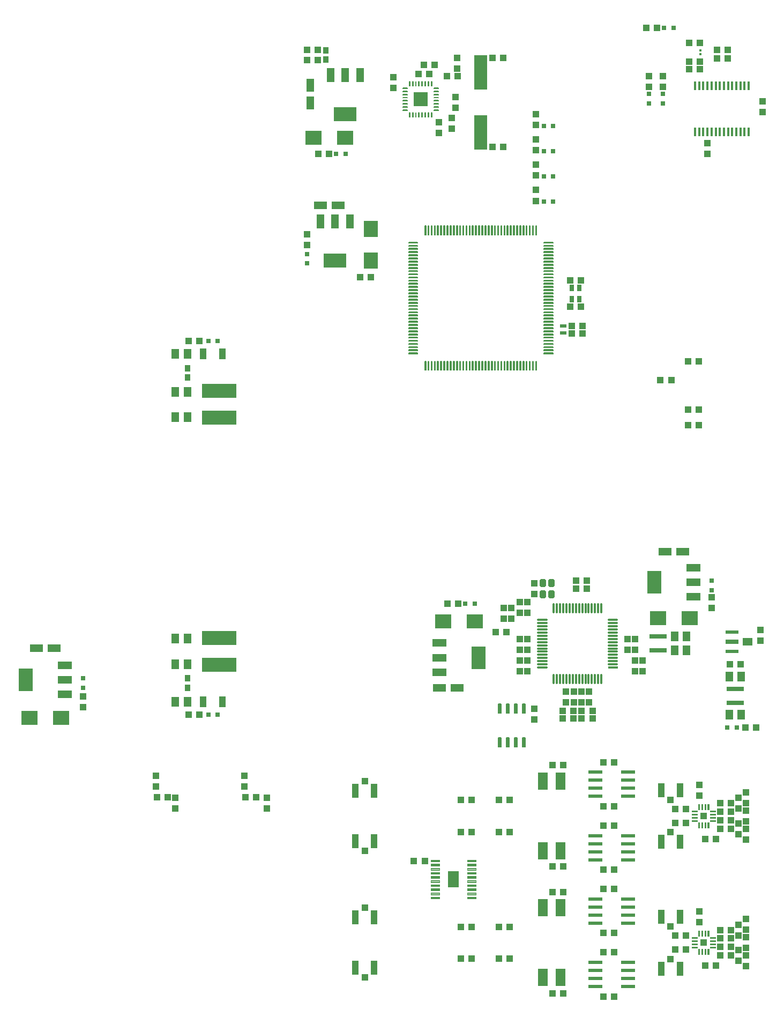
<source format=gtp>
G04 EAGLE Gerber RS-274X export*
G75*
%MOMM*%
%FSLAX34Y34*%
%LPD*%
%INSolderpaste Top*%
%IPPOS*%
%AMOC8*
5,1,8,0,0,1.08239X$1,22.5*%
G01*
%ADD10C,0.140000*%
%ADD11R,1.219000X2.235000*%
%ADD12R,3.600000X2.200000*%
%ADD13R,2.200000X2.600000*%
%ADD14R,2.000000X1.200000*%
%ADD15R,1.100000X1.000000*%
%ADD16R,1.000000X1.100000*%
%ADD17R,0.800000X1.000000*%
%ADD18R,2.306259X2.306259*%
%ADD19C,0.182000*%
%ADD20R,2.600000X2.200000*%
%ADD21R,1.200000X2.000000*%
%ADD22R,2.000000X5.500000*%
%ADD23R,1.000000X0.500000*%
%ADD24C,0.500000*%
%ADD25R,2.235000X1.219000*%
%ADD26R,2.200000X3.600000*%
%ADD27R,1.600000X0.312000*%
%ADD28C,0.312000*%
%ADD29R,0.800000X0.800000*%
%ADD30R,1.300000X1.500000*%
%ADD31R,2.700000X0.800000*%
%ADD32R,0.348000X1.397000*%
%ADD33R,0.400000X0.380000*%
%ADD34R,0.970000X1.000000*%
%ADD35R,1.040000X1.040000*%
%ADD36C,0.065000*%
%ADD37R,1.050000X2.200000*%
%ADD38R,1.000000X1.050000*%
%ADD39C,0.150000*%
%ADD40R,1.060000X1.820000*%
%ADD41R,5.500000X2.300000*%
%ADD42R,2.200000X0.600000*%
%ADD43R,1.600000X2.700000*%
%ADD44R,1.800000X2.556000*%
%ADD45C,0.102500*%
%ADD46R,1.550000X1.265000*%
%ADD47R,2.000000X0.570000*%
%ADD48R,2.000000X0.650000*%


D10*
X1149800Y1237700D02*
X1149800Y1251900D01*
X1151200Y1251900D01*
X1151200Y1237700D01*
X1149800Y1237700D01*
X1149800Y1239030D02*
X1151200Y1239030D01*
X1151200Y1240360D02*
X1149800Y1240360D01*
X1149800Y1241690D02*
X1151200Y1241690D01*
X1151200Y1243020D02*
X1149800Y1243020D01*
X1149800Y1244350D02*
X1151200Y1244350D01*
X1151200Y1245680D02*
X1149800Y1245680D01*
X1149800Y1247010D02*
X1151200Y1247010D01*
X1151200Y1248340D02*
X1149800Y1248340D01*
X1149800Y1249670D02*
X1151200Y1249670D01*
X1151200Y1251000D02*
X1149800Y1251000D01*
X1144800Y1251900D02*
X1144800Y1237700D01*
X1144800Y1251900D02*
X1146200Y1251900D01*
X1146200Y1237700D01*
X1144800Y1237700D01*
X1144800Y1239030D02*
X1146200Y1239030D01*
X1146200Y1240360D02*
X1144800Y1240360D01*
X1144800Y1241690D02*
X1146200Y1241690D01*
X1146200Y1243020D02*
X1144800Y1243020D01*
X1144800Y1244350D02*
X1146200Y1244350D01*
X1146200Y1245680D02*
X1144800Y1245680D01*
X1144800Y1247010D02*
X1146200Y1247010D01*
X1146200Y1248340D02*
X1144800Y1248340D01*
X1144800Y1249670D02*
X1146200Y1249670D01*
X1146200Y1251000D02*
X1144800Y1251000D01*
X1139800Y1251900D02*
X1139800Y1237700D01*
X1139800Y1251900D02*
X1141200Y1251900D01*
X1141200Y1237700D01*
X1139800Y1237700D01*
X1139800Y1239030D02*
X1141200Y1239030D01*
X1141200Y1240360D02*
X1139800Y1240360D01*
X1139800Y1241690D02*
X1141200Y1241690D01*
X1141200Y1243020D02*
X1139800Y1243020D01*
X1139800Y1244350D02*
X1141200Y1244350D01*
X1141200Y1245680D02*
X1139800Y1245680D01*
X1139800Y1247010D02*
X1141200Y1247010D01*
X1141200Y1248340D02*
X1139800Y1248340D01*
X1139800Y1249670D02*
X1141200Y1249670D01*
X1141200Y1251000D02*
X1139800Y1251000D01*
X1134800Y1251900D02*
X1134800Y1237700D01*
X1134800Y1251900D02*
X1136200Y1251900D01*
X1136200Y1237700D01*
X1134800Y1237700D01*
X1134800Y1239030D02*
X1136200Y1239030D01*
X1136200Y1240360D02*
X1134800Y1240360D01*
X1134800Y1241690D02*
X1136200Y1241690D01*
X1136200Y1243020D02*
X1134800Y1243020D01*
X1134800Y1244350D02*
X1136200Y1244350D01*
X1136200Y1245680D02*
X1134800Y1245680D01*
X1134800Y1247010D02*
X1136200Y1247010D01*
X1136200Y1248340D02*
X1134800Y1248340D01*
X1134800Y1249670D02*
X1136200Y1249670D01*
X1136200Y1251000D02*
X1134800Y1251000D01*
X1129800Y1251900D02*
X1129800Y1237700D01*
X1129800Y1251900D02*
X1131200Y1251900D01*
X1131200Y1237700D01*
X1129800Y1237700D01*
X1129800Y1239030D02*
X1131200Y1239030D01*
X1131200Y1240360D02*
X1129800Y1240360D01*
X1129800Y1241690D02*
X1131200Y1241690D01*
X1131200Y1243020D02*
X1129800Y1243020D01*
X1129800Y1244350D02*
X1131200Y1244350D01*
X1131200Y1245680D02*
X1129800Y1245680D01*
X1129800Y1247010D02*
X1131200Y1247010D01*
X1131200Y1248340D02*
X1129800Y1248340D01*
X1129800Y1249670D02*
X1131200Y1249670D01*
X1131200Y1251000D02*
X1129800Y1251000D01*
X1124800Y1251900D02*
X1124800Y1237700D01*
X1124800Y1251900D02*
X1126200Y1251900D01*
X1126200Y1237700D01*
X1124800Y1237700D01*
X1124800Y1239030D02*
X1126200Y1239030D01*
X1126200Y1240360D02*
X1124800Y1240360D01*
X1124800Y1241690D02*
X1126200Y1241690D01*
X1126200Y1243020D02*
X1124800Y1243020D01*
X1124800Y1244350D02*
X1126200Y1244350D01*
X1126200Y1245680D02*
X1124800Y1245680D01*
X1124800Y1247010D02*
X1126200Y1247010D01*
X1126200Y1248340D02*
X1124800Y1248340D01*
X1124800Y1249670D02*
X1126200Y1249670D01*
X1126200Y1251000D02*
X1124800Y1251000D01*
X1119800Y1251900D02*
X1119800Y1237700D01*
X1119800Y1251900D02*
X1121200Y1251900D01*
X1121200Y1237700D01*
X1119800Y1237700D01*
X1119800Y1239030D02*
X1121200Y1239030D01*
X1121200Y1240360D02*
X1119800Y1240360D01*
X1119800Y1241690D02*
X1121200Y1241690D01*
X1121200Y1243020D02*
X1119800Y1243020D01*
X1119800Y1244350D02*
X1121200Y1244350D01*
X1121200Y1245680D02*
X1119800Y1245680D01*
X1119800Y1247010D02*
X1121200Y1247010D01*
X1121200Y1248340D02*
X1119800Y1248340D01*
X1119800Y1249670D02*
X1121200Y1249670D01*
X1121200Y1251000D02*
X1119800Y1251000D01*
X1114800Y1251900D02*
X1114800Y1237700D01*
X1114800Y1251900D02*
X1116200Y1251900D01*
X1116200Y1237700D01*
X1114800Y1237700D01*
X1114800Y1239030D02*
X1116200Y1239030D01*
X1116200Y1240360D02*
X1114800Y1240360D01*
X1114800Y1241690D02*
X1116200Y1241690D01*
X1116200Y1243020D02*
X1114800Y1243020D01*
X1114800Y1244350D02*
X1116200Y1244350D01*
X1116200Y1245680D02*
X1114800Y1245680D01*
X1114800Y1247010D02*
X1116200Y1247010D01*
X1116200Y1248340D02*
X1114800Y1248340D01*
X1114800Y1249670D02*
X1116200Y1249670D01*
X1116200Y1251000D02*
X1114800Y1251000D01*
X1109800Y1251900D02*
X1109800Y1237700D01*
X1109800Y1251900D02*
X1111200Y1251900D01*
X1111200Y1237700D01*
X1109800Y1237700D01*
X1109800Y1239030D02*
X1111200Y1239030D01*
X1111200Y1240360D02*
X1109800Y1240360D01*
X1109800Y1241690D02*
X1111200Y1241690D01*
X1111200Y1243020D02*
X1109800Y1243020D01*
X1109800Y1244350D02*
X1111200Y1244350D01*
X1111200Y1245680D02*
X1109800Y1245680D01*
X1109800Y1247010D02*
X1111200Y1247010D01*
X1111200Y1248340D02*
X1109800Y1248340D01*
X1109800Y1249670D02*
X1111200Y1249670D01*
X1111200Y1251000D02*
X1109800Y1251000D01*
X1104800Y1251900D02*
X1104800Y1237700D01*
X1104800Y1251900D02*
X1106200Y1251900D01*
X1106200Y1237700D01*
X1104800Y1237700D01*
X1104800Y1239030D02*
X1106200Y1239030D01*
X1106200Y1240360D02*
X1104800Y1240360D01*
X1104800Y1241690D02*
X1106200Y1241690D01*
X1106200Y1243020D02*
X1104800Y1243020D01*
X1104800Y1244350D02*
X1106200Y1244350D01*
X1106200Y1245680D02*
X1104800Y1245680D01*
X1104800Y1247010D02*
X1106200Y1247010D01*
X1106200Y1248340D02*
X1104800Y1248340D01*
X1104800Y1249670D02*
X1106200Y1249670D01*
X1106200Y1251000D02*
X1104800Y1251000D01*
X1099800Y1251900D02*
X1099800Y1237700D01*
X1099800Y1251900D02*
X1101200Y1251900D01*
X1101200Y1237700D01*
X1099800Y1237700D01*
X1099800Y1239030D02*
X1101200Y1239030D01*
X1101200Y1240360D02*
X1099800Y1240360D01*
X1099800Y1241690D02*
X1101200Y1241690D01*
X1101200Y1243020D02*
X1099800Y1243020D01*
X1099800Y1244350D02*
X1101200Y1244350D01*
X1101200Y1245680D02*
X1099800Y1245680D01*
X1099800Y1247010D02*
X1101200Y1247010D01*
X1101200Y1248340D02*
X1099800Y1248340D01*
X1099800Y1249670D02*
X1101200Y1249670D01*
X1101200Y1251000D02*
X1099800Y1251000D01*
X1094800Y1251900D02*
X1094800Y1237700D01*
X1094800Y1251900D02*
X1096200Y1251900D01*
X1096200Y1237700D01*
X1094800Y1237700D01*
X1094800Y1239030D02*
X1096200Y1239030D01*
X1096200Y1240360D02*
X1094800Y1240360D01*
X1094800Y1241690D02*
X1096200Y1241690D01*
X1096200Y1243020D02*
X1094800Y1243020D01*
X1094800Y1244350D02*
X1096200Y1244350D01*
X1096200Y1245680D02*
X1094800Y1245680D01*
X1094800Y1247010D02*
X1096200Y1247010D01*
X1096200Y1248340D02*
X1094800Y1248340D01*
X1094800Y1249670D02*
X1096200Y1249670D01*
X1096200Y1251000D02*
X1094800Y1251000D01*
X1089800Y1251900D02*
X1089800Y1237700D01*
X1089800Y1251900D02*
X1091200Y1251900D01*
X1091200Y1237700D01*
X1089800Y1237700D01*
X1089800Y1239030D02*
X1091200Y1239030D01*
X1091200Y1240360D02*
X1089800Y1240360D01*
X1089800Y1241690D02*
X1091200Y1241690D01*
X1091200Y1243020D02*
X1089800Y1243020D01*
X1089800Y1244350D02*
X1091200Y1244350D01*
X1091200Y1245680D02*
X1089800Y1245680D01*
X1089800Y1247010D02*
X1091200Y1247010D01*
X1091200Y1248340D02*
X1089800Y1248340D01*
X1089800Y1249670D02*
X1091200Y1249670D01*
X1091200Y1251000D02*
X1089800Y1251000D01*
X1084800Y1251900D02*
X1084800Y1237700D01*
X1084800Y1251900D02*
X1086200Y1251900D01*
X1086200Y1237700D01*
X1084800Y1237700D01*
X1084800Y1239030D02*
X1086200Y1239030D01*
X1086200Y1240360D02*
X1084800Y1240360D01*
X1084800Y1241690D02*
X1086200Y1241690D01*
X1086200Y1243020D02*
X1084800Y1243020D01*
X1084800Y1244350D02*
X1086200Y1244350D01*
X1086200Y1245680D02*
X1084800Y1245680D01*
X1084800Y1247010D02*
X1086200Y1247010D01*
X1086200Y1248340D02*
X1084800Y1248340D01*
X1084800Y1249670D02*
X1086200Y1249670D01*
X1086200Y1251000D02*
X1084800Y1251000D01*
X1079800Y1251900D02*
X1079800Y1237700D01*
X1079800Y1251900D02*
X1081200Y1251900D01*
X1081200Y1237700D01*
X1079800Y1237700D01*
X1079800Y1239030D02*
X1081200Y1239030D01*
X1081200Y1240360D02*
X1079800Y1240360D01*
X1079800Y1241690D02*
X1081200Y1241690D01*
X1081200Y1243020D02*
X1079800Y1243020D01*
X1079800Y1244350D02*
X1081200Y1244350D01*
X1081200Y1245680D02*
X1079800Y1245680D01*
X1079800Y1247010D02*
X1081200Y1247010D01*
X1081200Y1248340D02*
X1079800Y1248340D01*
X1079800Y1249670D02*
X1081200Y1249670D01*
X1081200Y1251000D02*
X1079800Y1251000D01*
X1074800Y1251900D02*
X1074800Y1237700D01*
X1074800Y1251900D02*
X1076200Y1251900D01*
X1076200Y1237700D01*
X1074800Y1237700D01*
X1074800Y1239030D02*
X1076200Y1239030D01*
X1076200Y1240360D02*
X1074800Y1240360D01*
X1074800Y1241690D02*
X1076200Y1241690D01*
X1076200Y1243020D02*
X1074800Y1243020D01*
X1074800Y1244350D02*
X1076200Y1244350D01*
X1076200Y1245680D02*
X1074800Y1245680D01*
X1074800Y1247010D02*
X1076200Y1247010D01*
X1076200Y1248340D02*
X1074800Y1248340D01*
X1074800Y1249670D02*
X1076200Y1249670D01*
X1076200Y1251000D02*
X1074800Y1251000D01*
X1069800Y1251900D02*
X1069800Y1237700D01*
X1069800Y1251900D02*
X1071200Y1251900D01*
X1071200Y1237700D01*
X1069800Y1237700D01*
X1069800Y1239030D02*
X1071200Y1239030D01*
X1071200Y1240360D02*
X1069800Y1240360D01*
X1069800Y1241690D02*
X1071200Y1241690D01*
X1071200Y1243020D02*
X1069800Y1243020D01*
X1069800Y1244350D02*
X1071200Y1244350D01*
X1071200Y1245680D02*
X1069800Y1245680D01*
X1069800Y1247010D02*
X1071200Y1247010D01*
X1071200Y1248340D02*
X1069800Y1248340D01*
X1069800Y1249670D02*
X1071200Y1249670D01*
X1071200Y1251000D02*
X1069800Y1251000D01*
X1064800Y1251900D02*
X1064800Y1237700D01*
X1064800Y1251900D02*
X1066200Y1251900D01*
X1066200Y1237700D01*
X1064800Y1237700D01*
X1064800Y1239030D02*
X1066200Y1239030D01*
X1066200Y1240360D02*
X1064800Y1240360D01*
X1064800Y1241690D02*
X1066200Y1241690D01*
X1066200Y1243020D02*
X1064800Y1243020D01*
X1064800Y1244350D02*
X1066200Y1244350D01*
X1066200Y1245680D02*
X1064800Y1245680D01*
X1064800Y1247010D02*
X1066200Y1247010D01*
X1066200Y1248340D02*
X1064800Y1248340D01*
X1064800Y1249670D02*
X1066200Y1249670D01*
X1066200Y1251000D02*
X1064800Y1251000D01*
X1059800Y1251900D02*
X1059800Y1237700D01*
X1059800Y1251900D02*
X1061200Y1251900D01*
X1061200Y1237700D01*
X1059800Y1237700D01*
X1059800Y1239030D02*
X1061200Y1239030D01*
X1061200Y1240360D02*
X1059800Y1240360D01*
X1059800Y1241690D02*
X1061200Y1241690D01*
X1061200Y1243020D02*
X1059800Y1243020D01*
X1059800Y1244350D02*
X1061200Y1244350D01*
X1061200Y1245680D02*
X1059800Y1245680D01*
X1059800Y1247010D02*
X1061200Y1247010D01*
X1061200Y1248340D02*
X1059800Y1248340D01*
X1059800Y1249670D02*
X1061200Y1249670D01*
X1061200Y1251000D02*
X1059800Y1251000D01*
X1054800Y1251900D02*
X1054800Y1237700D01*
X1054800Y1251900D02*
X1056200Y1251900D01*
X1056200Y1237700D01*
X1054800Y1237700D01*
X1054800Y1239030D02*
X1056200Y1239030D01*
X1056200Y1240360D02*
X1054800Y1240360D01*
X1054800Y1241690D02*
X1056200Y1241690D01*
X1056200Y1243020D02*
X1054800Y1243020D01*
X1054800Y1244350D02*
X1056200Y1244350D01*
X1056200Y1245680D02*
X1054800Y1245680D01*
X1054800Y1247010D02*
X1056200Y1247010D01*
X1056200Y1248340D02*
X1054800Y1248340D01*
X1054800Y1249670D02*
X1056200Y1249670D01*
X1056200Y1251000D02*
X1054800Y1251000D01*
X1049800Y1251900D02*
X1049800Y1237700D01*
X1049800Y1251900D02*
X1051200Y1251900D01*
X1051200Y1237700D01*
X1049800Y1237700D01*
X1049800Y1239030D02*
X1051200Y1239030D01*
X1051200Y1240360D02*
X1049800Y1240360D01*
X1049800Y1241690D02*
X1051200Y1241690D01*
X1051200Y1243020D02*
X1049800Y1243020D01*
X1049800Y1244350D02*
X1051200Y1244350D01*
X1051200Y1245680D02*
X1049800Y1245680D01*
X1049800Y1247010D02*
X1051200Y1247010D01*
X1051200Y1248340D02*
X1049800Y1248340D01*
X1049800Y1249670D02*
X1051200Y1249670D01*
X1051200Y1251000D02*
X1049800Y1251000D01*
X1044800Y1251900D02*
X1044800Y1237700D01*
X1044800Y1251900D02*
X1046200Y1251900D01*
X1046200Y1237700D01*
X1044800Y1237700D01*
X1044800Y1239030D02*
X1046200Y1239030D01*
X1046200Y1240360D02*
X1044800Y1240360D01*
X1044800Y1241690D02*
X1046200Y1241690D01*
X1046200Y1243020D02*
X1044800Y1243020D01*
X1044800Y1244350D02*
X1046200Y1244350D01*
X1046200Y1245680D02*
X1044800Y1245680D01*
X1044800Y1247010D02*
X1046200Y1247010D01*
X1046200Y1248340D02*
X1044800Y1248340D01*
X1044800Y1249670D02*
X1046200Y1249670D01*
X1046200Y1251000D02*
X1044800Y1251000D01*
X1039800Y1251900D02*
X1039800Y1237700D01*
X1039800Y1251900D02*
X1041200Y1251900D01*
X1041200Y1237700D01*
X1039800Y1237700D01*
X1039800Y1239030D02*
X1041200Y1239030D01*
X1041200Y1240360D02*
X1039800Y1240360D01*
X1039800Y1241690D02*
X1041200Y1241690D01*
X1041200Y1243020D02*
X1039800Y1243020D01*
X1039800Y1244350D02*
X1041200Y1244350D01*
X1041200Y1245680D02*
X1039800Y1245680D01*
X1039800Y1247010D02*
X1041200Y1247010D01*
X1041200Y1248340D02*
X1039800Y1248340D01*
X1039800Y1249670D02*
X1041200Y1249670D01*
X1041200Y1251000D02*
X1039800Y1251000D01*
X1034800Y1251900D02*
X1034800Y1237700D01*
X1034800Y1251900D02*
X1036200Y1251900D01*
X1036200Y1237700D01*
X1034800Y1237700D01*
X1034800Y1239030D02*
X1036200Y1239030D01*
X1036200Y1240360D02*
X1034800Y1240360D01*
X1034800Y1241690D02*
X1036200Y1241690D01*
X1036200Y1243020D02*
X1034800Y1243020D01*
X1034800Y1244350D02*
X1036200Y1244350D01*
X1036200Y1245680D02*
X1034800Y1245680D01*
X1034800Y1247010D02*
X1036200Y1247010D01*
X1036200Y1248340D02*
X1034800Y1248340D01*
X1034800Y1249670D02*
X1036200Y1249670D01*
X1036200Y1251000D02*
X1034800Y1251000D01*
X1029800Y1251900D02*
X1029800Y1237700D01*
X1029800Y1251900D02*
X1031200Y1251900D01*
X1031200Y1237700D01*
X1029800Y1237700D01*
X1029800Y1239030D02*
X1031200Y1239030D01*
X1031200Y1240360D02*
X1029800Y1240360D01*
X1029800Y1241690D02*
X1031200Y1241690D01*
X1031200Y1243020D02*
X1029800Y1243020D01*
X1029800Y1244350D02*
X1031200Y1244350D01*
X1031200Y1245680D02*
X1029800Y1245680D01*
X1029800Y1247010D02*
X1031200Y1247010D01*
X1031200Y1248340D02*
X1029800Y1248340D01*
X1029800Y1249670D02*
X1031200Y1249670D01*
X1031200Y1251000D02*
X1029800Y1251000D01*
X1024800Y1251900D02*
X1024800Y1237700D01*
X1024800Y1251900D02*
X1026200Y1251900D01*
X1026200Y1237700D01*
X1024800Y1237700D01*
X1024800Y1239030D02*
X1026200Y1239030D01*
X1026200Y1240360D02*
X1024800Y1240360D01*
X1024800Y1241690D02*
X1026200Y1241690D01*
X1026200Y1243020D02*
X1024800Y1243020D01*
X1024800Y1244350D02*
X1026200Y1244350D01*
X1026200Y1245680D02*
X1024800Y1245680D01*
X1024800Y1247010D02*
X1026200Y1247010D01*
X1026200Y1248340D02*
X1024800Y1248340D01*
X1024800Y1249670D02*
X1026200Y1249670D01*
X1026200Y1251000D02*
X1024800Y1251000D01*
X1019800Y1251900D02*
X1019800Y1237700D01*
X1019800Y1251900D02*
X1021200Y1251900D01*
X1021200Y1237700D01*
X1019800Y1237700D01*
X1019800Y1239030D02*
X1021200Y1239030D01*
X1021200Y1240360D02*
X1019800Y1240360D01*
X1019800Y1241690D02*
X1021200Y1241690D01*
X1021200Y1243020D02*
X1019800Y1243020D01*
X1019800Y1244350D02*
X1021200Y1244350D01*
X1021200Y1245680D02*
X1019800Y1245680D01*
X1019800Y1247010D02*
X1021200Y1247010D01*
X1021200Y1248340D02*
X1019800Y1248340D01*
X1019800Y1249670D02*
X1021200Y1249670D01*
X1021200Y1251000D02*
X1019800Y1251000D01*
X1014800Y1251900D02*
X1014800Y1237700D01*
X1014800Y1251900D02*
X1016200Y1251900D01*
X1016200Y1237700D01*
X1014800Y1237700D01*
X1014800Y1239030D02*
X1016200Y1239030D01*
X1016200Y1240360D02*
X1014800Y1240360D01*
X1014800Y1241690D02*
X1016200Y1241690D01*
X1016200Y1243020D02*
X1014800Y1243020D01*
X1014800Y1244350D02*
X1016200Y1244350D01*
X1016200Y1245680D02*
X1014800Y1245680D01*
X1014800Y1247010D02*
X1016200Y1247010D01*
X1016200Y1248340D02*
X1014800Y1248340D01*
X1014800Y1249670D02*
X1016200Y1249670D01*
X1016200Y1251000D02*
X1014800Y1251000D01*
X1009800Y1251900D02*
X1009800Y1237700D01*
X1009800Y1251900D02*
X1011200Y1251900D01*
X1011200Y1237700D01*
X1009800Y1237700D01*
X1009800Y1239030D02*
X1011200Y1239030D01*
X1011200Y1240360D02*
X1009800Y1240360D01*
X1009800Y1241690D02*
X1011200Y1241690D01*
X1011200Y1243020D02*
X1009800Y1243020D01*
X1009800Y1244350D02*
X1011200Y1244350D01*
X1011200Y1245680D02*
X1009800Y1245680D01*
X1009800Y1247010D02*
X1011200Y1247010D01*
X1011200Y1248340D02*
X1009800Y1248340D01*
X1009800Y1249670D02*
X1011200Y1249670D01*
X1011200Y1251000D02*
X1009800Y1251000D01*
X1004800Y1251900D02*
X1004800Y1237700D01*
X1004800Y1251900D02*
X1006200Y1251900D01*
X1006200Y1237700D01*
X1004800Y1237700D01*
X1004800Y1239030D02*
X1006200Y1239030D01*
X1006200Y1240360D02*
X1004800Y1240360D01*
X1004800Y1241690D02*
X1006200Y1241690D01*
X1006200Y1243020D02*
X1004800Y1243020D01*
X1004800Y1244350D02*
X1006200Y1244350D01*
X1006200Y1245680D02*
X1004800Y1245680D01*
X1004800Y1247010D02*
X1006200Y1247010D01*
X1006200Y1248340D02*
X1004800Y1248340D01*
X1004800Y1249670D02*
X1006200Y1249670D01*
X1006200Y1251000D02*
X1004800Y1251000D01*
X999800Y1251900D02*
X999800Y1237700D01*
X999800Y1251900D02*
X1001200Y1251900D01*
X1001200Y1237700D01*
X999800Y1237700D01*
X999800Y1239030D02*
X1001200Y1239030D01*
X1001200Y1240360D02*
X999800Y1240360D01*
X999800Y1241690D02*
X1001200Y1241690D01*
X1001200Y1243020D02*
X999800Y1243020D01*
X999800Y1244350D02*
X1001200Y1244350D01*
X1001200Y1245680D02*
X999800Y1245680D01*
X999800Y1247010D02*
X1001200Y1247010D01*
X1001200Y1248340D02*
X999800Y1248340D01*
X999800Y1249670D02*
X1001200Y1249670D01*
X1001200Y1251000D02*
X999800Y1251000D01*
X994800Y1251900D02*
X994800Y1237700D01*
X994800Y1251900D02*
X996200Y1251900D01*
X996200Y1237700D01*
X994800Y1237700D01*
X994800Y1239030D02*
X996200Y1239030D01*
X996200Y1240360D02*
X994800Y1240360D01*
X994800Y1241690D02*
X996200Y1241690D01*
X996200Y1243020D02*
X994800Y1243020D01*
X994800Y1244350D02*
X996200Y1244350D01*
X996200Y1245680D02*
X994800Y1245680D01*
X994800Y1247010D02*
X996200Y1247010D01*
X996200Y1248340D02*
X994800Y1248340D01*
X994800Y1249670D02*
X996200Y1249670D01*
X996200Y1251000D02*
X994800Y1251000D01*
X989800Y1251900D02*
X989800Y1237700D01*
X989800Y1251900D02*
X991200Y1251900D01*
X991200Y1237700D01*
X989800Y1237700D01*
X989800Y1239030D02*
X991200Y1239030D01*
X991200Y1240360D02*
X989800Y1240360D01*
X989800Y1241690D02*
X991200Y1241690D01*
X991200Y1243020D02*
X989800Y1243020D01*
X989800Y1244350D02*
X991200Y1244350D01*
X991200Y1245680D02*
X989800Y1245680D01*
X989800Y1247010D02*
X991200Y1247010D01*
X991200Y1248340D02*
X989800Y1248340D01*
X989800Y1249670D02*
X991200Y1249670D01*
X991200Y1251000D02*
X989800Y1251000D01*
X984800Y1251900D02*
X984800Y1237700D01*
X984800Y1251900D02*
X986200Y1251900D01*
X986200Y1237700D01*
X984800Y1237700D01*
X984800Y1239030D02*
X986200Y1239030D01*
X986200Y1240360D02*
X984800Y1240360D01*
X984800Y1241690D02*
X986200Y1241690D01*
X986200Y1243020D02*
X984800Y1243020D01*
X984800Y1244350D02*
X986200Y1244350D01*
X986200Y1245680D02*
X984800Y1245680D01*
X984800Y1247010D02*
X986200Y1247010D01*
X986200Y1248340D02*
X984800Y1248340D01*
X984800Y1249670D02*
X986200Y1249670D01*
X986200Y1251000D02*
X984800Y1251000D01*
X979800Y1251900D02*
X979800Y1237700D01*
X979800Y1251900D02*
X981200Y1251900D01*
X981200Y1237700D01*
X979800Y1237700D01*
X979800Y1239030D02*
X981200Y1239030D01*
X981200Y1240360D02*
X979800Y1240360D01*
X979800Y1241690D02*
X981200Y1241690D01*
X981200Y1243020D02*
X979800Y1243020D01*
X979800Y1244350D02*
X981200Y1244350D01*
X981200Y1245680D02*
X979800Y1245680D01*
X979800Y1247010D02*
X981200Y1247010D01*
X981200Y1248340D02*
X979800Y1248340D01*
X979800Y1249670D02*
X981200Y1249670D01*
X981200Y1251000D02*
X979800Y1251000D01*
X974800Y1251900D02*
X974800Y1237700D01*
X974800Y1251900D02*
X976200Y1251900D01*
X976200Y1237700D01*
X974800Y1237700D01*
X974800Y1239030D02*
X976200Y1239030D01*
X976200Y1240360D02*
X974800Y1240360D01*
X974800Y1241690D02*
X976200Y1241690D01*
X976200Y1243020D02*
X974800Y1243020D01*
X974800Y1244350D02*
X976200Y1244350D01*
X976200Y1245680D02*
X974800Y1245680D01*
X974800Y1247010D02*
X976200Y1247010D01*
X976200Y1248340D02*
X974800Y1248340D01*
X974800Y1249670D02*
X976200Y1249670D01*
X976200Y1251000D02*
X974800Y1251000D01*
X974800Y1038300D02*
X974800Y1024100D01*
X974800Y1038300D02*
X976200Y1038300D01*
X976200Y1024100D01*
X974800Y1024100D01*
X974800Y1025430D02*
X976200Y1025430D01*
X976200Y1026760D02*
X974800Y1026760D01*
X974800Y1028090D02*
X976200Y1028090D01*
X976200Y1029420D02*
X974800Y1029420D01*
X974800Y1030750D02*
X976200Y1030750D01*
X976200Y1032080D02*
X974800Y1032080D01*
X974800Y1033410D02*
X976200Y1033410D01*
X976200Y1034740D02*
X974800Y1034740D01*
X974800Y1036070D02*
X976200Y1036070D01*
X976200Y1037400D02*
X974800Y1037400D01*
X979800Y1038300D02*
X979800Y1024100D01*
X979800Y1038300D02*
X981200Y1038300D01*
X981200Y1024100D01*
X979800Y1024100D01*
X979800Y1025430D02*
X981200Y1025430D01*
X981200Y1026760D02*
X979800Y1026760D01*
X979800Y1028090D02*
X981200Y1028090D01*
X981200Y1029420D02*
X979800Y1029420D01*
X979800Y1030750D02*
X981200Y1030750D01*
X981200Y1032080D02*
X979800Y1032080D01*
X979800Y1033410D02*
X981200Y1033410D01*
X981200Y1034740D02*
X979800Y1034740D01*
X979800Y1036070D02*
X981200Y1036070D01*
X981200Y1037400D02*
X979800Y1037400D01*
X984800Y1038300D02*
X984800Y1024100D01*
X984800Y1038300D02*
X986200Y1038300D01*
X986200Y1024100D01*
X984800Y1024100D01*
X984800Y1025430D02*
X986200Y1025430D01*
X986200Y1026760D02*
X984800Y1026760D01*
X984800Y1028090D02*
X986200Y1028090D01*
X986200Y1029420D02*
X984800Y1029420D01*
X984800Y1030750D02*
X986200Y1030750D01*
X986200Y1032080D02*
X984800Y1032080D01*
X984800Y1033410D02*
X986200Y1033410D01*
X986200Y1034740D02*
X984800Y1034740D01*
X984800Y1036070D02*
X986200Y1036070D01*
X986200Y1037400D02*
X984800Y1037400D01*
X989800Y1038300D02*
X989800Y1024100D01*
X989800Y1038300D02*
X991200Y1038300D01*
X991200Y1024100D01*
X989800Y1024100D01*
X989800Y1025430D02*
X991200Y1025430D01*
X991200Y1026760D02*
X989800Y1026760D01*
X989800Y1028090D02*
X991200Y1028090D01*
X991200Y1029420D02*
X989800Y1029420D01*
X989800Y1030750D02*
X991200Y1030750D01*
X991200Y1032080D02*
X989800Y1032080D01*
X989800Y1033410D02*
X991200Y1033410D01*
X991200Y1034740D02*
X989800Y1034740D01*
X989800Y1036070D02*
X991200Y1036070D01*
X991200Y1037400D02*
X989800Y1037400D01*
X994800Y1038300D02*
X994800Y1024100D01*
X994800Y1038300D02*
X996200Y1038300D01*
X996200Y1024100D01*
X994800Y1024100D01*
X994800Y1025430D02*
X996200Y1025430D01*
X996200Y1026760D02*
X994800Y1026760D01*
X994800Y1028090D02*
X996200Y1028090D01*
X996200Y1029420D02*
X994800Y1029420D01*
X994800Y1030750D02*
X996200Y1030750D01*
X996200Y1032080D02*
X994800Y1032080D01*
X994800Y1033410D02*
X996200Y1033410D01*
X996200Y1034740D02*
X994800Y1034740D01*
X994800Y1036070D02*
X996200Y1036070D01*
X996200Y1037400D02*
X994800Y1037400D01*
X999800Y1038300D02*
X999800Y1024100D01*
X999800Y1038300D02*
X1001200Y1038300D01*
X1001200Y1024100D01*
X999800Y1024100D01*
X999800Y1025430D02*
X1001200Y1025430D01*
X1001200Y1026760D02*
X999800Y1026760D01*
X999800Y1028090D02*
X1001200Y1028090D01*
X1001200Y1029420D02*
X999800Y1029420D01*
X999800Y1030750D02*
X1001200Y1030750D01*
X1001200Y1032080D02*
X999800Y1032080D01*
X999800Y1033410D02*
X1001200Y1033410D01*
X1001200Y1034740D02*
X999800Y1034740D01*
X999800Y1036070D02*
X1001200Y1036070D01*
X1001200Y1037400D02*
X999800Y1037400D01*
X1004800Y1038300D02*
X1004800Y1024100D01*
X1004800Y1038300D02*
X1006200Y1038300D01*
X1006200Y1024100D01*
X1004800Y1024100D01*
X1004800Y1025430D02*
X1006200Y1025430D01*
X1006200Y1026760D02*
X1004800Y1026760D01*
X1004800Y1028090D02*
X1006200Y1028090D01*
X1006200Y1029420D02*
X1004800Y1029420D01*
X1004800Y1030750D02*
X1006200Y1030750D01*
X1006200Y1032080D02*
X1004800Y1032080D01*
X1004800Y1033410D02*
X1006200Y1033410D01*
X1006200Y1034740D02*
X1004800Y1034740D01*
X1004800Y1036070D02*
X1006200Y1036070D01*
X1006200Y1037400D02*
X1004800Y1037400D01*
X1009800Y1038300D02*
X1009800Y1024100D01*
X1009800Y1038300D02*
X1011200Y1038300D01*
X1011200Y1024100D01*
X1009800Y1024100D01*
X1009800Y1025430D02*
X1011200Y1025430D01*
X1011200Y1026760D02*
X1009800Y1026760D01*
X1009800Y1028090D02*
X1011200Y1028090D01*
X1011200Y1029420D02*
X1009800Y1029420D01*
X1009800Y1030750D02*
X1011200Y1030750D01*
X1011200Y1032080D02*
X1009800Y1032080D01*
X1009800Y1033410D02*
X1011200Y1033410D01*
X1011200Y1034740D02*
X1009800Y1034740D01*
X1009800Y1036070D02*
X1011200Y1036070D01*
X1011200Y1037400D02*
X1009800Y1037400D01*
X1014800Y1038300D02*
X1014800Y1024100D01*
X1014800Y1038300D02*
X1016200Y1038300D01*
X1016200Y1024100D01*
X1014800Y1024100D01*
X1014800Y1025430D02*
X1016200Y1025430D01*
X1016200Y1026760D02*
X1014800Y1026760D01*
X1014800Y1028090D02*
X1016200Y1028090D01*
X1016200Y1029420D02*
X1014800Y1029420D01*
X1014800Y1030750D02*
X1016200Y1030750D01*
X1016200Y1032080D02*
X1014800Y1032080D01*
X1014800Y1033410D02*
X1016200Y1033410D01*
X1016200Y1034740D02*
X1014800Y1034740D01*
X1014800Y1036070D02*
X1016200Y1036070D01*
X1016200Y1037400D02*
X1014800Y1037400D01*
X1019800Y1038300D02*
X1019800Y1024100D01*
X1019800Y1038300D02*
X1021200Y1038300D01*
X1021200Y1024100D01*
X1019800Y1024100D01*
X1019800Y1025430D02*
X1021200Y1025430D01*
X1021200Y1026760D02*
X1019800Y1026760D01*
X1019800Y1028090D02*
X1021200Y1028090D01*
X1021200Y1029420D02*
X1019800Y1029420D01*
X1019800Y1030750D02*
X1021200Y1030750D01*
X1021200Y1032080D02*
X1019800Y1032080D01*
X1019800Y1033410D02*
X1021200Y1033410D01*
X1021200Y1034740D02*
X1019800Y1034740D01*
X1019800Y1036070D02*
X1021200Y1036070D01*
X1021200Y1037400D02*
X1019800Y1037400D01*
X1024800Y1038300D02*
X1024800Y1024100D01*
X1024800Y1038300D02*
X1026200Y1038300D01*
X1026200Y1024100D01*
X1024800Y1024100D01*
X1024800Y1025430D02*
X1026200Y1025430D01*
X1026200Y1026760D02*
X1024800Y1026760D01*
X1024800Y1028090D02*
X1026200Y1028090D01*
X1026200Y1029420D02*
X1024800Y1029420D01*
X1024800Y1030750D02*
X1026200Y1030750D01*
X1026200Y1032080D02*
X1024800Y1032080D01*
X1024800Y1033410D02*
X1026200Y1033410D01*
X1026200Y1034740D02*
X1024800Y1034740D01*
X1024800Y1036070D02*
X1026200Y1036070D01*
X1026200Y1037400D02*
X1024800Y1037400D01*
X1029800Y1038300D02*
X1029800Y1024100D01*
X1029800Y1038300D02*
X1031200Y1038300D01*
X1031200Y1024100D01*
X1029800Y1024100D01*
X1029800Y1025430D02*
X1031200Y1025430D01*
X1031200Y1026760D02*
X1029800Y1026760D01*
X1029800Y1028090D02*
X1031200Y1028090D01*
X1031200Y1029420D02*
X1029800Y1029420D01*
X1029800Y1030750D02*
X1031200Y1030750D01*
X1031200Y1032080D02*
X1029800Y1032080D01*
X1029800Y1033410D02*
X1031200Y1033410D01*
X1031200Y1034740D02*
X1029800Y1034740D01*
X1029800Y1036070D02*
X1031200Y1036070D01*
X1031200Y1037400D02*
X1029800Y1037400D01*
X1034800Y1038300D02*
X1034800Y1024100D01*
X1034800Y1038300D02*
X1036200Y1038300D01*
X1036200Y1024100D01*
X1034800Y1024100D01*
X1034800Y1025430D02*
X1036200Y1025430D01*
X1036200Y1026760D02*
X1034800Y1026760D01*
X1034800Y1028090D02*
X1036200Y1028090D01*
X1036200Y1029420D02*
X1034800Y1029420D01*
X1034800Y1030750D02*
X1036200Y1030750D01*
X1036200Y1032080D02*
X1034800Y1032080D01*
X1034800Y1033410D02*
X1036200Y1033410D01*
X1036200Y1034740D02*
X1034800Y1034740D01*
X1034800Y1036070D02*
X1036200Y1036070D01*
X1036200Y1037400D02*
X1034800Y1037400D01*
X1039800Y1038300D02*
X1039800Y1024100D01*
X1039800Y1038300D02*
X1041200Y1038300D01*
X1041200Y1024100D01*
X1039800Y1024100D01*
X1039800Y1025430D02*
X1041200Y1025430D01*
X1041200Y1026760D02*
X1039800Y1026760D01*
X1039800Y1028090D02*
X1041200Y1028090D01*
X1041200Y1029420D02*
X1039800Y1029420D01*
X1039800Y1030750D02*
X1041200Y1030750D01*
X1041200Y1032080D02*
X1039800Y1032080D01*
X1039800Y1033410D02*
X1041200Y1033410D01*
X1041200Y1034740D02*
X1039800Y1034740D01*
X1039800Y1036070D02*
X1041200Y1036070D01*
X1041200Y1037400D02*
X1039800Y1037400D01*
X1044800Y1038300D02*
X1044800Y1024100D01*
X1044800Y1038300D02*
X1046200Y1038300D01*
X1046200Y1024100D01*
X1044800Y1024100D01*
X1044800Y1025430D02*
X1046200Y1025430D01*
X1046200Y1026760D02*
X1044800Y1026760D01*
X1044800Y1028090D02*
X1046200Y1028090D01*
X1046200Y1029420D02*
X1044800Y1029420D01*
X1044800Y1030750D02*
X1046200Y1030750D01*
X1046200Y1032080D02*
X1044800Y1032080D01*
X1044800Y1033410D02*
X1046200Y1033410D01*
X1046200Y1034740D02*
X1044800Y1034740D01*
X1044800Y1036070D02*
X1046200Y1036070D01*
X1046200Y1037400D02*
X1044800Y1037400D01*
X1049800Y1038300D02*
X1049800Y1024100D01*
X1049800Y1038300D02*
X1051200Y1038300D01*
X1051200Y1024100D01*
X1049800Y1024100D01*
X1049800Y1025430D02*
X1051200Y1025430D01*
X1051200Y1026760D02*
X1049800Y1026760D01*
X1049800Y1028090D02*
X1051200Y1028090D01*
X1051200Y1029420D02*
X1049800Y1029420D01*
X1049800Y1030750D02*
X1051200Y1030750D01*
X1051200Y1032080D02*
X1049800Y1032080D01*
X1049800Y1033410D02*
X1051200Y1033410D01*
X1051200Y1034740D02*
X1049800Y1034740D01*
X1049800Y1036070D02*
X1051200Y1036070D01*
X1051200Y1037400D02*
X1049800Y1037400D01*
X1054800Y1038300D02*
X1054800Y1024100D01*
X1054800Y1038300D02*
X1056200Y1038300D01*
X1056200Y1024100D01*
X1054800Y1024100D01*
X1054800Y1025430D02*
X1056200Y1025430D01*
X1056200Y1026760D02*
X1054800Y1026760D01*
X1054800Y1028090D02*
X1056200Y1028090D01*
X1056200Y1029420D02*
X1054800Y1029420D01*
X1054800Y1030750D02*
X1056200Y1030750D01*
X1056200Y1032080D02*
X1054800Y1032080D01*
X1054800Y1033410D02*
X1056200Y1033410D01*
X1056200Y1034740D02*
X1054800Y1034740D01*
X1054800Y1036070D02*
X1056200Y1036070D01*
X1056200Y1037400D02*
X1054800Y1037400D01*
X1059800Y1038300D02*
X1059800Y1024100D01*
X1059800Y1038300D02*
X1061200Y1038300D01*
X1061200Y1024100D01*
X1059800Y1024100D01*
X1059800Y1025430D02*
X1061200Y1025430D01*
X1061200Y1026760D02*
X1059800Y1026760D01*
X1059800Y1028090D02*
X1061200Y1028090D01*
X1061200Y1029420D02*
X1059800Y1029420D01*
X1059800Y1030750D02*
X1061200Y1030750D01*
X1061200Y1032080D02*
X1059800Y1032080D01*
X1059800Y1033410D02*
X1061200Y1033410D01*
X1061200Y1034740D02*
X1059800Y1034740D01*
X1059800Y1036070D02*
X1061200Y1036070D01*
X1061200Y1037400D02*
X1059800Y1037400D01*
X1064800Y1038300D02*
X1064800Y1024100D01*
X1064800Y1038300D02*
X1066200Y1038300D01*
X1066200Y1024100D01*
X1064800Y1024100D01*
X1064800Y1025430D02*
X1066200Y1025430D01*
X1066200Y1026760D02*
X1064800Y1026760D01*
X1064800Y1028090D02*
X1066200Y1028090D01*
X1066200Y1029420D02*
X1064800Y1029420D01*
X1064800Y1030750D02*
X1066200Y1030750D01*
X1066200Y1032080D02*
X1064800Y1032080D01*
X1064800Y1033410D02*
X1066200Y1033410D01*
X1066200Y1034740D02*
X1064800Y1034740D01*
X1064800Y1036070D02*
X1066200Y1036070D01*
X1066200Y1037400D02*
X1064800Y1037400D01*
X1069800Y1038300D02*
X1069800Y1024100D01*
X1069800Y1038300D02*
X1071200Y1038300D01*
X1071200Y1024100D01*
X1069800Y1024100D01*
X1069800Y1025430D02*
X1071200Y1025430D01*
X1071200Y1026760D02*
X1069800Y1026760D01*
X1069800Y1028090D02*
X1071200Y1028090D01*
X1071200Y1029420D02*
X1069800Y1029420D01*
X1069800Y1030750D02*
X1071200Y1030750D01*
X1071200Y1032080D02*
X1069800Y1032080D01*
X1069800Y1033410D02*
X1071200Y1033410D01*
X1071200Y1034740D02*
X1069800Y1034740D01*
X1069800Y1036070D02*
X1071200Y1036070D01*
X1071200Y1037400D02*
X1069800Y1037400D01*
X1074800Y1038300D02*
X1074800Y1024100D01*
X1074800Y1038300D02*
X1076200Y1038300D01*
X1076200Y1024100D01*
X1074800Y1024100D01*
X1074800Y1025430D02*
X1076200Y1025430D01*
X1076200Y1026760D02*
X1074800Y1026760D01*
X1074800Y1028090D02*
X1076200Y1028090D01*
X1076200Y1029420D02*
X1074800Y1029420D01*
X1074800Y1030750D02*
X1076200Y1030750D01*
X1076200Y1032080D02*
X1074800Y1032080D01*
X1074800Y1033410D02*
X1076200Y1033410D01*
X1076200Y1034740D02*
X1074800Y1034740D01*
X1074800Y1036070D02*
X1076200Y1036070D01*
X1076200Y1037400D02*
X1074800Y1037400D01*
X1079800Y1038300D02*
X1079800Y1024100D01*
X1079800Y1038300D02*
X1081200Y1038300D01*
X1081200Y1024100D01*
X1079800Y1024100D01*
X1079800Y1025430D02*
X1081200Y1025430D01*
X1081200Y1026760D02*
X1079800Y1026760D01*
X1079800Y1028090D02*
X1081200Y1028090D01*
X1081200Y1029420D02*
X1079800Y1029420D01*
X1079800Y1030750D02*
X1081200Y1030750D01*
X1081200Y1032080D02*
X1079800Y1032080D01*
X1079800Y1033410D02*
X1081200Y1033410D01*
X1081200Y1034740D02*
X1079800Y1034740D01*
X1079800Y1036070D02*
X1081200Y1036070D01*
X1081200Y1037400D02*
X1079800Y1037400D01*
X1084800Y1038300D02*
X1084800Y1024100D01*
X1084800Y1038300D02*
X1086200Y1038300D01*
X1086200Y1024100D01*
X1084800Y1024100D01*
X1084800Y1025430D02*
X1086200Y1025430D01*
X1086200Y1026760D02*
X1084800Y1026760D01*
X1084800Y1028090D02*
X1086200Y1028090D01*
X1086200Y1029420D02*
X1084800Y1029420D01*
X1084800Y1030750D02*
X1086200Y1030750D01*
X1086200Y1032080D02*
X1084800Y1032080D01*
X1084800Y1033410D02*
X1086200Y1033410D01*
X1086200Y1034740D02*
X1084800Y1034740D01*
X1084800Y1036070D02*
X1086200Y1036070D01*
X1086200Y1037400D02*
X1084800Y1037400D01*
X1089800Y1038300D02*
X1089800Y1024100D01*
X1089800Y1038300D02*
X1091200Y1038300D01*
X1091200Y1024100D01*
X1089800Y1024100D01*
X1089800Y1025430D02*
X1091200Y1025430D01*
X1091200Y1026760D02*
X1089800Y1026760D01*
X1089800Y1028090D02*
X1091200Y1028090D01*
X1091200Y1029420D02*
X1089800Y1029420D01*
X1089800Y1030750D02*
X1091200Y1030750D01*
X1091200Y1032080D02*
X1089800Y1032080D01*
X1089800Y1033410D02*
X1091200Y1033410D01*
X1091200Y1034740D02*
X1089800Y1034740D01*
X1089800Y1036070D02*
X1091200Y1036070D01*
X1091200Y1037400D02*
X1089800Y1037400D01*
X1094800Y1038300D02*
X1094800Y1024100D01*
X1094800Y1038300D02*
X1096200Y1038300D01*
X1096200Y1024100D01*
X1094800Y1024100D01*
X1094800Y1025430D02*
X1096200Y1025430D01*
X1096200Y1026760D02*
X1094800Y1026760D01*
X1094800Y1028090D02*
X1096200Y1028090D01*
X1096200Y1029420D02*
X1094800Y1029420D01*
X1094800Y1030750D02*
X1096200Y1030750D01*
X1096200Y1032080D02*
X1094800Y1032080D01*
X1094800Y1033410D02*
X1096200Y1033410D01*
X1096200Y1034740D02*
X1094800Y1034740D01*
X1094800Y1036070D02*
X1096200Y1036070D01*
X1096200Y1037400D02*
X1094800Y1037400D01*
X1099800Y1038300D02*
X1099800Y1024100D01*
X1099800Y1038300D02*
X1101200Y1038300D01*
X1101200Y1024100D01*
X1099800Y1024100D01*
X1099800Y1025430D02*
X1101200Y1025430D01*
X1101200Y1026760D02*
X1099800Y1026760D01*
X1099800Y1028090D02*
X1101200Y1028090D01*
X1101200Y1029420D02*
X1099800Y1029420D01*
X1099800Y1030750D02*
X1101200Y1030750D01*
X1101200Y1032080D02*
X1099800Y1032080D01*
X1099800Y1033410D02*
X1101200Y1033410D01*
X1101200Y1034740D02*
X1099800Y1034740D01*
X1099800Y1036070D02*
X1101200Y1036070D01*
X1101200Y1037400D02*
X1099800Y1037400D01*
X1104800Y1038300D02*
X1104800Y1024100D01*
X1104800Y1038300D02*
X1106200Y1038300D01*
X1106200Y1024100D01*
X1104800Y1024100D01*
X1104800Y1025430D02*
X1106200Y1025430D01*
X1106200Y1026760D02*
X1104800Y1026760D01*
X1104800Y1028090D02*
X1106200Y1028090D01*
X1106200Y1029420D02*
X1104800Y1029420D01*
X1104800Y1030750D02*
X1106200Y1030750D01*
X1106200Y1032080D02*
X1104800Y1032080D01*
X1104800Y1033410D02*
X1106200Y1033410D01*
X1106200Y1034740D02*
X1104800Y1034740D01*
X1104800Y1036070D02*
X1106200Y1036070D01*
X1106200Y1037400D02*
X1104800Y1037400D01*
X1109800Y1038300D02*
X1109800Y1024100D01*
X1109800Y1038300D02*
X1111200Y1038300D01*
X1111200Y1024100D01*
X1109800Y1024100D01*
X1109800Y1025430D02*
X1111200Y1025430D01*
X1111200Y1026760D02*
X1109800Y1026760D01*
X1109800Y1028090D02*
X1111200Y1028090D01*
X1111200Y1029420D02*
X1109800Y1029420D01*
X1109800Y1030750D02*
X1111200Y1030750D01*
X1111200Y1032080D02*
X1109800Y1032080D01*
X1109800Y1033410D02*
X1111200Y1033410D01*
X1111200Y1034740D02*
X1109800Y1034740D01*
X1109800Y1036070D02*
X1111200Y1036070D01*
X1111200Y1037400D02*
X1109800Y1037400D01*
X1114800Y1038300D02*
X1114800Y1024100D01*
X1114800Y1038300D02*
X1116200Y1038300D01*
X1116200Y1024100D01*
X1114800Y1024100D01*
X1114800Y1025430D02*
X1116200Y1025430D01*
X1116200Y1026760D02*
X1114800Y1026760D01*
X1114800Y1028090D02*
X1116200Y1028090D01*
X1116200Y1029420D02*
X1114800Y1029420D01*
X1114800Y1030750D02*
X1116200Y1030750D01*
X1116200Y1032080D02*
X1114800Y1032080D01*
X1114800Y1033410D02*
X1116200Y1033410D01*
X1116200Y1034740D02*
X1114800Y1034740D01*
X1114800Y1036070D02*
X1116200Y1036070D01*
X1116200Y1037400D02*
X1114800Y1037400D01*
X1119800Y1038300D02*
X1119800Y1024100D01*
X1119800Y1038300D02*
X1121200Y1038300D01*
X1121200Y1024100D01*
X1119800Y1024100D01*
X1119800Y1025430D02*
X1121200Y1025430D01*
X1121200Y1026760D02*
X1119800Y1026760D01*
X1119800Y1028090D02*
X1121200Y1028090D01*
X1121200Y1029420D02*
X1119800Y1029420D01*
X1119800Y1030750D02*
X1121200Y1030750D01*
X1121200Y1032080D02*
X1119800Y1032080D01*
X1119800Y1033410D02*
X1121200Y1033410D01*
X1121200Y1034740D02*
X1119800Y1034740D01*
X1119800Y1036070D02*
X1121200Y1036070D01*
X1121200Y1037400D02*
X1119800Y1037400D01*
X1124800Y1038300D02*
X1124800Y1024100D01*
X1124800Y1038300D02*
X1126200Y1038300D01*
X1126200Y1024100D01*
X1124800Y1024100D01*
X1124800Y1025430D02*
X1126200Y1025430D01*
X1126200Y1026760D02*
X1124800Y1026760D01*
X1124800Y1028090D02*
X1126200Y1028090D01*
X1126200Y1029420D02*
X1124800Y1029420D01*
X1124800Y1030750D02*
X1126200Y1030750D01*
X1126200Y1032080D02*
X1124800Y1032080D01*
X1124800Y1033410D02*
X1126200Y1033410D01*
X1126200Y1034740D02*
X1124800Y1034740D01*
X1124800Y1036070D02*
X1126200Y1036070D01*
X1126200Y1037400D02*
X1124800Y1037400D01*
X1129800Y1038300D02*
X1129800Y1024100D01*
X1129800Y1038300D02*
X1131200Y1038300D01*
X1131200Y1024100D01*
X1129800Y1024100D01*
X1129800Y1025430D02*
X1131200Y1025430D01*
X1131200Y1026760D02*
X1129800Y1026760D01*
X1129800Y1028090D02*
X1131200Y1028090D01*
X1131200Y1029420D02*
X1129800Y1029420D01*
X1129800Y1030750D02*
X1131200Y1030750D01*
X1131200Y1032080D02*
X1129800Y1032080D01*
X1129800Y1033410D02*
X1131200Y1033410D01*
X1131200Y1034740D02*
X1129800Y1034740D01*
X1129800Y1036070D02*
X1131200Y1036070D01*
X1131200Y1037400D02*
X1129800Y1037400D01*
X1134800Y1038300D02*
X1134800Y1024100D01*
X1134800Y1038300D02*
X1136200Y1038300D01*
X1136200Y1024100D01*
X1134800Y1024100D01*
X1134800Y1025430D02*
X1136200Y1025430D01*
X1136200Y1026760D02*
X1134800Y1026760D01*
X1134800Y1028090D02*
X1136200Y1028090D01*
X1136200Y1029420D02*
X1134800Y1029420D01*
X1134800Y1030750D02*
X1136200Y1030750D01*
X1136200Y1032080D02*
X1134800Y1032080D01*
X1134800Y1033410D02*
X1136200Y1033410D01*
X1136200Y1034740D02*
X1134800Y1034740D01*
X1134800Y1036070D02*
X1136200Y1036070D01*
X1136200Y1037400D02*
X1134800Y1037400D01*
X1139800Y1038300D02*
X1139800Y1024100D01*
X1139800Y1038300D02*
X1141200Y1038300D01*
X1141200Y1024100D01*
X1139800Y1024100D01*
X1139800Y1025430D02*
X1141200Y1025430D01*
X1141200Y1026760D02*
X1139800Y1026760D01*
X1139800Y1028090D02*
X1141200Y1028090D01*
X1141200Y1029420D02*
X1139800Y1029420D01*
X1139800Y1030750D02*
X1141200Y1030750D01*
X1141200Y1032080D02*
X1139800Y1032080D01*
X1139800Y1033410D02*
X1141200Y1033410D01*
X1141200Y1034740D02*
X1139800Y1034740D01*
X1139800Y1036070D02*
X1141200Y1036070D01*
X1141200Y1037400D02*
X1139800Y1037400D01*
X1144800Y1038300D02*
X1144800Y1024100D01*
X1144800Y1038300D02*
X1146200Y1038300D01*
X1146200Y1024100D01*
X1144800Y1024100D01*
X1144800Y1025430D02*
X1146200Y1025430D01*
X1146200Y1026760D02*
X1144800Y1026760D01*
X1144800Y1028090D02*
X1146200Y1028090D01*
X1146200Y1029420D02*
X1144800Y1029420D01*
X1144800Y1030750D02*
X1146200Y1030750D01*
X1146200Y1032080D02*
X1144800Y1032080D01*
X1144800Y1033410D02*
X1146200Y1033410D01*
X1146200Y1034740D02*
X1144800Y1034740D01*
X1144800Y1036070D02*
X1146200Y1036070D01*
X1146200Y1037400D02*
X1144800Y1037400D01*
X1149800Y1038300D02*
X1149800Y1024100D01*
X1149800Y1038300D02*
X1151200Y1038300D01*
X1151200Y1024100D01*
X1149800Y1024100D01*
X1149800Y1025430D02*
X1151200Y1025430D01*
X1151200Y1026760D02*
X1149800Y1026760D01*
X1149800Y1028090D02*
X1151200Y1028090D01*
X1151200Y1029420D02*
X1149800Y1029420D01*
X1149800Y1030750D02*
X1151200Y1030750D01*
X1151200Y1032080D02*
X1149800Y1032080D01*
X1149800Y1033410D02*
X1151200Y1033410D01*
X1151200Y1034740D02*
X1149800Y1034740D01*
X1149800Y1036070D02*
X1151200Y1036070D01*
X1151200Y1037400D02*
X1149800Y1037400D01*
X1162700Y1051200D02*
X1176900Y1051200D01*
X1176900Y1049800D01*
X1162700Y1049800D01*
X1162700Y1051200D01*
X1162700Y1051130D02*
X1176900Y1051130D01*
X1176900Y1056200D02*
X1162700Y1056200D01*
X1176900Y1056200D02*
X1176900Y1054800D01*
X1162700Y1054800D01*
X1162700Y1056200D01*
X1162700Y1056130D02*
X1176900Y1056130D01*
X1176900Y1061200D02*
X1162700Y1061200D01*
X1176900Y1061200D02*
X1176900Y1059800D01*
X1162700Y1059800D01*
X1162700Y1061200D01*
X1162700Y1061130D02*
X1176900Y1061130D01*
X1176900Y1066200D02*
X1162700Y1066200D01*
X1176900Y1066200D02*
X1176900Y1064800D01*
X1162700Y1064800D01*
X1162700Y1066200D01*
X1162700Y1066130D02*
X1176900Y1066130D01*
X1176900Y1071200D02*
X1162700Y1071200D01*
X1176900Y1071200D02*
X1176900Y1069800D01*
X1162700Y1069800D01*
X1162700Y1071200D01*
X1162700Y1071130D02*
X1176900Y1071130D01*
X1176900Y1076200D02*
X1162700Y1076200D01*
X1176900Y1076200D02*
X1176900Y1074800D01*
X1162700Y1074800D01*
X1162700Y1076200D01*
X1162700Y1076130D02*
X1176900Y1076130D01*
X1176900Y1081200D02*
X1162700Y1081200D01*
X1176900Y1081200D02*
X1176900Y1079800D01*
X1162700Y1079800D01*
X1162700Y1081200D01*
X1162700Y1081130D02*
X1176900Y1081130D01*
X1176900Y1086200D02*
X1162700Y1086200D01*
X1176900Y1086200D02*
X1176900Y1084800D01*
X1162700Y1084800D01*
X1162700Y1086200D01*
X1162700Y1086130D02*
X1176900Y1086130D01*
X1176900Y1091200D02*
X1162700Y1091200D01*
X1176900Y1091200D02*
X1176900Y1089800D01*
X1162700Y1089800D01*
X1162700Y1091200D01*
X1162700Y1091130D02*
X1176900Y1091130D01*
X1176900Y1096200D02*
X1162700Y1096200D01*
X1176900Y1096200D02*
X1176900Y1094800D01*
X1162700Y1094800D01*
X1162700Y1096200D01*
X1162700Y1096130D02*
X1176900Y1096130D01*
X1176900Y1101200D02*
X1162700Y1101200D01*
X1176900Y1101200D02*
X1176900Y1099800D01*
X1162700Y1099800D01*
X1162700Y1101200D01*
X1162700Y1101130D02*
X1176900Y1101130D01*
X1176900Y1106200D02*
X1162700Y1106200D01*
X1176900Y1106200D02*
X1176900Y1104800D01*
X1162700Y1104800D01*
X1162700Y1106200D01*
X1162700Y1106130D02*
X1176900Y1106130D01*
X1176900Y1111200D02*
X1162700Y1111200D01*
X1176900Y1111200D02*
X1176900Y1109800D01*
X1162700Y1109800D01*
X1162700Y1111200D01*
X1162700Y1111130D02*
X1176900Y1111130D01*
X1176900Y1116200D02*
X1162700Y1116200D01*
X1176900Y1116200D02*
X1176900Y1114800D01*
X1162700Y1114800D01*
X1162700Y1116200D01*
X1162700Y1116130D02*
X1176900Y1116130D01*
X1176900Y1121200D02*
X1162700Y1121200D01*
X1176900Y1121200D02*
X1176900Y1119800D01*
X1162700Y1119800D01*
X1162700Y1121200D01*
X1162700Y1121130D02*
X1176900Y1121130D01*
X1176900Y1126200D02*
X1162700Y1126200D01*
X1176900Y1126200D02*
X1176900Y1124800D01*
X1162700Y1124800D01*
X1162700Y1126200D01*
X1162700Y1126130D02*
X1176900Y1126130D01*
X1176900Y1131200D02*
X1162700Y1131200D01*
X1176900Y1131200D02*
X1176900Y1129800D01*
X1162700Y1129800D01*
X1162700Y1131200D01*
X1162700Y1131130D02*
X1176900Y1131130D01*
X1176900Y1136200D02*
X1162700Y1136200D01*
X1176900Y1136200D02*
X1176900Y1134800D01*
X1162700Y1134800D01*
X1162700Y1136200D01*
X1162700Y1136130D02*
X1176900Y1136130D01*
X1176900Y1141200D02*
X1162700Y1141200D01*
X1176900Y1141200D02*
X1176900Y1139800D01*
X1162700Y1139800D01*
X1162700Y1141200D01*
X1162700Y1141130D02*
X1176900Y1141130D01*
X1176900Y1146200D02*
X1162700Y1146200D01*
X1176900Y1146200D02*
X1176900Y1144800D01*
X1162700Y1144800D01*
X1162700Y1146200D01*
X1162700Y1146130D02*
X1176900Y1146130D01*
X1176900Y1151200D02*
X1162700Y1151200D01*
X1176900Y1151200D02*
X1176900Y1149800D01*
X1162700Y1149800D01*
X1162700Y1151200D01*
X1162700Y1151130D02*
X1176900Y1151130D01*
X1176900Y1156200D02*
X1162700Y1156200D01*
X1176900Y1156200D02*
X1176900Y1154800D01*
X1162700Y1154800D01*
X1162700Y1156200D01*
X1162700Y1156130D02*
X1176900Y1156130D01*
X1176900Y1161200D02*
X1162700Y1161200D01*
X1176900Y1161200D02*
X1176900Y1159800D01*
X1162700Y1159800D01*
X1162700Y1161200D01*
X1162700Y1161130D02*
X1176900Y1161130D01*
X1176900Y1166200D02*
X1162700Y1166200D01*
X1176900Y1166200D02*
X1176900Y1164800D01*
X1162700Y1164800D01*
X1162700Y1166200D01*
X1162700Y1166130D02*
X1176900Y1166130D01*
X1176900Y1171200D02*
X1162700Y1171200D01*
X1176900Y1171200D02*
X1176900Y1169800D01*
X1162700Y1169800D01*
X1162700Y1171200D01*
X1162700Y1171130D02*
X1176900Y1171130D01*
X1176900Y1176200D02*
X1162700Y1176200D01*
X1176900Y1176200D02*
X1176900Y1174800D01*
X1162700Y1174800D01*
X1162700Y1176200D01*
X1162700Y1176130D02*
X1176900Y1176130D01*
X1176900Y1181200D02*
X1162700Y1181200D01*
X1176900Y1181200D02*
X1176900Y1179800D01*
X1162700Y1179800D01*
X1162700Y1181200D01*
X1162700Y1181130D02*
X1176900Y1181130D01*
X1176900Y1186200D02*
X1162700Y1186200D01*
X1176900Y1186200D02*
X1176900Y1184800D01*
X1162700Y1184800D01*
X1162700Y1186200D01*
X1162700Y1186130D02*
X1176900Y1186130D01*
X1176900Y1191200D02*
X1162700Y1191200D01*
X1176900Y1191200D02*
X1176900Y1189800D01*
X1162700Y1189800D01*
X1162700Y1191200D01*
X1162700Y1191130D02*
X1176900Y1191130D01*
X1176900Y1196200D02*
X1162700Y1196200D01*
X1176900Y1196200D02*
X1176900Y1194800D01*
X1162700Y1194800D01*
X1162700Y1196200D01*
X1162700Y1196130D02*
X1176900Y1196130D01*
X1176900Y1201200D02*
X1162700Y1201200D01*
X1176900Y1201200D02*
X1176900Y1199800D01*
X1162700Y1199800D01*
X1162700Y1201200D01*
X1162700Y1201130D02*
X1176900Y1201130D01*
X1176900Y1206200D02*
X1162700Y1206200D01*
X1176900Y1206200D02*
X1176900Y1204800D01*
X1162700Y1204800D01*
X1162700Y1206200D01*
X1162700Y1206130D02*
X1176900Y1206130D01*
X1176900Y1211200D02*
X1162700Y1211200D01*
X1176900Y1211200D02*
X1176900Y1209800D01*
X1162700Y1209800D01*
X1162700Y1211200D01*
X1162700Y1211130D02*
X1176900Y1211130D01*
X1176900Y1216200D02*
X1162700Y1216200D01*
X1176900Y1216200D02*
X1176900Y1214800D01*
X1162700Y1214800D01*
X1162700Y1216200D01*
X1162700Y1216130D02*
X1176900Y1216130D01*
X1176900Y1221200D02*
X1162700Y1221200D01*
X1176900Y1221200D02*
X1176900Y1219800D01*
X1162700Y1219800D01*
X1162700Y1221200D01*
X1162700Y1221130D02*
X1176900Y1221130D01*
X1176900Y1226200D02*
X1162700Y1226200D01*
X1176900Y1226200D02*
X1176900Y1224800D01*
X1162700Y1224800D01*
X1162700Y1226200D01*
X1162700Y1226130D02*
X1176900Y1226130D01*
X963300Y1226200D02*
X949100Y1226200D01*
X963300Y1226200D02*
X963300Y1224800D01*
X949100Y1224800D01*
X949100Y1226200D01*
X949100Y1226130D02*
X963300Y1226130D01*
X963300Y1221200D02*
X949100Y1221200D01*
X963300Y1221200D02*
X963300Y1219800D01*
X949100Y1219800D01*
X949100Y1221200D01*
X949100Y1221130D02*
X963300Y1221130D01*
X963300Y1216200D02*
X949100Y1216200D01*
X963300Y1216200D02*
X963300Y1214800D01*
X949100Y1214800D01*
X949100Y1216200D01*
X949100Y1216130D02*
X963300Y1216130D01*
X963300Y1211200D02*
X949100Y1211200D01*
X963300Y1211200D02*
X963300Y1209800D01*
X949100Y1209800D01*
X949100Y1211200D01*
X949100Y1211130D02*
X963300Y1211130D01*
X963300Y1206200D02*
X949100Y1206200D01*
X963300Y1206200D02*
X963300Y1204800D01*
X949100Y1204800D01*
X949100Y1206200D01*
X949100Y1206130D02*
X963300Y1206130D01*
X963300Y1201200D02*
X949100Y1201200D01*
X963300Y1201200D02*
X963300Y1199800D01*
X949100Y1199800D01*
X949100Y1201200D01*
X949100Y1201130D02*
X963300Y1201130D01*
X963300Y1196200D02*
X949100Y1196200D01*
X963300Y1196200D02*
X963300Y1194800D01*
X949100Y1194800D01*
X949100Y1196200D01*
X949100Y1196130D02*
X963300Y1196130D01*
X963300Y1191200D02*
X949100Y1191200D01*
X963300Y1191200D02*
X963300Y1189800D01*
X949100Y1189800D01*
X949100Y1191200D01*
X949100Y1191130D02*
X963300Y1191130D01*
X963300Y1186200D02*
X949100Y1186200D01*
X963300Y1186200D02*
X963300Y1184800D01*
X949100Y1184800D01*
X949100Y1186200D01*
X949100Y1186130D02*
X963300Y1186130D01*
X963300Y1181200D02*
X949100Y1181200D01*
X963300Y1181200D02*
X963300Y1179800D01*
X949100Y1179800D01*
X949100Y1181200D01*
X949100Y1181130D02*
X963300Y1181130D01*
X963300Y1176200D02*
X949100Y1176200D01*
X963300Y1176200D02*
X963300Y1174800D01*
X949100Y1174800D01*
X949100Y1176200D01*
X949100Y1176130D02*
X963300Y1176130D01*
X963300Y1171200D02*
X949100Y1171200D01*
X963300Y1171200D02*
X963300Y1169800D01*
X949100Y1169800D01*
X949100Y1171200D01*
X949100Y1171130D02*
X963300Y1171130D01*
X963300Y1166200D02*
X949100Y1166200D01*
X963300Y1166200D02*
X963300Y1164800D01*
X949100Y1164800D01*
X949100Y1166200D01*
X949100Y1166130D02*
X963300Y1166130D01*
X963300Y1161200D02*
X949100Y1161200D01*
X963300Y1161200D02*
X963300Y1159800D01*
X949100Y1159800D01*
X949100Y1161200D01*
X949100Y1161130D02*
X963300Y1161130D01*
X963300Y1156200D02*
X949100Y1156200D01*
X963300Y1156200D02*
X963300Y1154800D01*
X949100Y1154800D01*
X949100Y1156200D01*
X949100Y1156130D02*
X963300Y1156130D01*
X963300Y1151200D02*
X949100Y1151200D01*
X963300Y1151200D02*
X963300Y1149800D01*
X949100Y1149800D01*
X949100Y1151200D01*
X949100Y1151130D02*
X963300Y1151130D01*
X963300Y1146200D02*
X949100Y1146200D01*
X963300Y1146200D02*
X963300Y1144800D01*
X949100Y1144800D01*
X949100Y1146200D01*
X949100Y1146130D02*
X963300Y1146130D01*
X963300Y1141200D02*
X949100Y1141200D01*
X963300Y1141200D02*
X963300Y1139800D01*
X949100Y1139800D01*
X949100Y1141200D01*
X949100Y1141130D02*
X963300Y1141130D01*
X963300Y1136200D02*
X949100Y1136200D01*
X963300Y1136200D02*
X963300Y1134800D01*
X949100Y1134800D01*
X949100Y1136200D01*
X949100Y1136130D02*
X963300Y1136130D01*
X963300Y1131200D02*
X949100Y1131200D01*
X963300Y1131200D02*
X963300Y1129800D01*
X949100Y1129800D01*
X949100Y1131200D01*
X949100Y1131130D02*
X963300Y1131130D01*
X963300Y1126200D02*
X949100Y1126200D01*
X963300Y1126200D02*
X963300Y1124800D01*
X949100Y1124800D01*
X949100Y1126200D01*
X949100Y1126130D02*
X963300Y1126130D01*
X963300Y1121200D02*
X949100Y1121200D01*
X963300Y1121200D02*
X963300Y1119800D01*
X949100Y1119800D01*
X949100Y1121200D01*
X949100Y1121130D02*
X963300Y1121130D01*
X963300Y1116200D02*
X949100Y1116200D01*
X963300Y1116200D02*
X963300Y1114800D01*
X949100Y1114800D01*
X949100Y1116200D01*
X949100Y1116130D02*
X963300Y1116130D01*
X963300Y1111200D02*
X949100Y1111200D01*
X963300Y1111200D02*
X963300Y1109800D01*
X949100Y1109800D01*
X949100Y1111200D01*
X949100Y1111130D02*
X963300Y1111130D01*
X963300Y1106200D02*
X949100Y1106200D01*
X963300Y1106200D02*
X963300Y1104800D01*
X949100Y1104800D01*
X949100Y1106200D01*
X949100Y1106130D02*
X963300Y1106130D01*
X963300Y1101200D02*
X949100Y1101200D01*
X963300Y1101200D02*
X963300Y1099800D01*
X949100Y1099800D01*
X949100Y1101200D01*
X949100Y1101130D02*
X963300Y1101130D01*
X963300Y1096200D02*
X949100Y1096200D01*
X963300Y1096200D02*
X963300Y1094800D01*
X949100Y1094800D01*
X949100Y1096200D01*
X949100Y1096130D02*
X963300Y1096130D01*
X963300Y1091200D02*
X949100Y1091200D01*
X963300Y1091200D02*
X963300Y1089800D01*
X949100Y1089800D01*
X949100Y1091200D01*
X949100Y1091130D02*
X963300Y1091130D01*
X963300Y1086200D02*
X949100Y1086200D01*
X963300Y1086200D02*
X963300Y1084800D01*
X949100Y1084800D01*
X949100Y1086200D01*
X949100Y1086130D02*
X963300Y1086130D01*
X963300Y1081200D02*
X949100Y1081200D01*
X963300Y1081200D02*
X963300Y1079800D01*
X949100Y1079800D01*
X949100Y1081200D01*
X949100Y1081130D02*
X963300Y1081130D01*
X963300Y1076200D02*
X949100Y1076200D01*
X963300Y1076200D02*
X963300Y1074800D01*
X949100Y1074800D01*
X949100Y1076200D01*
X949100Y1076130D02*
X963300Y1076130D01*
X963300Y1071200D02*
X949100Y1071200D01*
X963300Y1071200D02*
X963300Y1069800D01*
X949100Y1069800D01*
X949100Y1071200D01*
X949100Y1071130D02*
X963300Y1071130D01*
X963300Y1066200D02*
X949100Y1066200D01*
X963300Y1066200D02*
X963300Y1064800D01*
X949100Y1064800D01*
X949100Y1066200D01*
X949100Y1066130D02*
X963300Y1066130D01*
X963300Y1061200D02*
X949100Y1061200D01*
X963300Y1061200D02*
X963300Y1059800D01*
X949100Y1059800D01*
X949100Y1061200D01*
X949100Y1061130D02*
X963300Y1061130D01*
X963300Y1056200D02*
X949100Y1056200D01*
X963300Y1056200D02*
X963300Y1054800D01*
X949100Y1054800D01*
X949100Y1056200D01*
X949100Y1056130D02*
X963300Y1056130D01*
X963300Y1051200D02*
X949100Y1051200D01*
X963300Y1051200D02*
X963300Y1049800D01*
X949100Y1049800D01*
X949100Y1051200D01*
X949100Y1051130D02*
X963300Y1051130D01*
D11*
X856110Y1258990D03*
X833000Y1258990D03*
X809890Y1258990D03*
D12*
X833000Y1197010D03*
D13*
X889000Y1197000D03*
X889000Y1247000D03*
D14*
X810000Y1284000D03*
X838000Y1284000D03*
D15*
X889500Y1170500D03*
X872500Y1170500D03*
X1364000Y1008000D03*
X1347000Y1008000D03*
D16*
X1390500Y1038000D03*
X1407500Y1038000D03*
X1390500Y962000D03*
X1407500Y962000D03*
X1390500Y937000D03*
X1407500Y937000D03*
D15*
X1204500Y1165500D03*
X1221500Y1165500D03*
X1221500Y1124500D03*
X1204500Y1124500D03*
D17*
X1207000Y1153750D03*
X1207000Y1136250D03*
X1219000Y1136250D03*
X1219000Y1153750D03*
D18*
X967969Y1452031D03*
D19*
X985110Y1472960D02*
X985110Y1479740D01*
X985890Y1479740D01*
X985890Y1472960D01*
X985110Y1472960D01*
X985110Y1474689D02*
X985890Y1474689D01*
X985890Y1476418D02*
X985110Y1476418D01*
X985110Y1478147D02*
X985890Y1478147D01*
X980110Y1479740D02*
X980110Y1472960D01*
X980110Y1479740D02*
X980890Y1479740D01*
X980890Y1472960D01*
X980110Y1472960D01*
X980110Y1474689D02*
X980890Y1474689D01*
X980890Y1476418D02*
X980110Y1476418D01*
X980110Y1478147D02*
X980890Y1478147D01*
X975110Y1479740D02*
X975110Y1472960D01*
X975110Y1479740D02*
X975890Y1479740D01*
X975890Y1472960D01*
X975110Y1472960D01*
X975110Y1474689D02*
X975890Y1474689D01*
X975890Y1476418D02*
X975110Y1476418D01*
X975110Y1478147D02*
X975890Y1478147D01*
X970110Y1479740D02*
X970110Y1472960D01*
X970110Y1479740D02*
X970890Y1479740D01*
X970890Y1472960D01*
X970110Y1472960D01*
X970110Y1474689D02*
X970890Y1474689D01*
X970890Y1476418D02*
X970110Y1476418D01*
X970110Y1478147D02*
X970890Y1478147D01*
X965110Y1479740D02*
X965110Y1472960D01*
X965110Y1479740D02*
X965890Y1479740D01*
X965890Y1472960D01*
X965110Y1472960D01*
X965110Y1474689D02*
X965890Y1474689D01*
X965890Y1476418D02*
X965110Y1476418D01*
X965110Y1478147D02*
X965890Y1478147D01*
X960110Y1479740D02*
X960110Y1472960D01*
X960110Y1479740D02*
X960890Y1479740D01*
X960890Y1472960D01*
X960110Y1472960D01*
X960110Y1474689D02*
X960890Y1474689D01*
X960890Y1476418D02*
X960110Y1476418D01*
X960110Y1478147D02*
X960890Y1478147D01*
X955110Y1479740D02*
X955110Y1472960D01*
X955110Y1479740D02*
X955890Y1479740D01*
X955890Y1472960D01*
X955110Y1472960D01*
X955110Y1474689D02*
X955890Y1474689D01*
X955890Y1476418D02*
X955110Y1476418D01*
X955110Y1478147D02*
X955890Y1478147D01*
X950110Y1479740D02*
X950110Y1472960D01*
X950110Y1479740D02*
X950890Y1479740D01*
X950890Y1472960D01*
X950110Y1472960D01*
X950110Y1474689D02*
X950890Y1474689D01*
X950890Y1476418D02*
X950110Y1476418D01*
X950110Y1478147D02*
X950890Y1478147D01*
X947040Y1469110D02*
X940260Y1469110D01*
X940260Y1469890D01*
X947040Y1469890D01*
X947040Y1469110D01*
X947040Y1464110D02*
X940260Y1464110D01*
X940260Y1464890D01*
X947040Y1464890D01*
X947040Y1464110D01*
X947040Y1459110D02*
X940260Y1459110D01*
X940260Y1459890D01*
X947040Y1459890D01*
X947040Y1459110D01*
X947040Y1454110D02*
X940260Y1454110D01*
X940260Y1454890D01*
X947040Y1454890D01*
X947040Y1454110D01*
X947040Y1449110D02*
X940260Y1449110D01*
X940260Y1449890D01*
X947040Y1449890D01*
X947040Y1449110D01*
X947040Y1444110D02*
X940260Y1444110D01*
X940260Y1444890D01*
X947040Y1444890D01*
X947040Y1444110D01*
X947040Y1439110D02*
X940260Y1439110D01*
X940260Y1439890D01*
X947040Y1439890D01*
X947040Y1439110D01*
X947040Y1434110D02*
X940260Y1434110D01*
X940260Y1434890D01*
X947040Y1434890D01*
X947040Y1434110D01*
X950110Y1431040D02*
X950110Y1424260D01*
X950110Y1431040D02*
X950890Y1431040D01*
X950890Y1424260D01*
X950110Y1424260D01*
X950110Y1425989D02*
X950890Y1425989D01*
X950890Y1427718D02*
X950110Y1427718D01*
X950110Y1429447D02*
X950890Y1429447D01*
X955110Y1431040D02*
X955110Y1424260D01*
X955110Y1431040D02*
X955890Y1431040D01*
X955890Y1424260D01*
X955110Y1424260D01*
X955110Y1425989D02*
X955890Y1425989D01*
X955890Y1427718D02*
X955110Y1427718D01*
X955110Y1429447D02*
X955890Y1429447D01*
X960110Y1431040D02*
X960110Y1424260D01*
X960110Y1431040D02*
X960890Y1431040D01*
X960890Y1424260D01*
X960110Y1424260D01*
X960110Y1425989D02*
X960890Y1425989D01*
X960890Y1427718D02*
X960110Y1427718D01*
X960110Y1429447D02*
X960890Y1429447D01*
X965110Y1431040D02*
X965110Y1424260D01*
X965110Y1431040D02*
X965890Y1431040D01*
X965890Y1424260D01*
X965110Y1424260D01*
X965110Y1425989D02*
X965890Y1425989D01*
X965890Y1427718D02*
X965110Y1427718D01*
X965110Y1429447D02*
X965890Y1429447D01*
X970110Y1431040D02*
X970110Y1424260D01*
X970110Y1431040D02*
X970890Y1431040D01*
X970890Y1424260D01*
X970110Y1424260D01*
X970110Y1425989D02*
X970890Y1425989D01*
X970890Y1427718D02*
X970110Y1427718D01*
X970110Y1429447D02*
X970890Y1429447D01*
X975110Y1431040D02*
X975110Y1424260D01*
X975110Y1431040D02*
X975890Y1431040D01*
X975890Y1424260D01*
X975110Y1424260D01*
X975110Y1425989D02*
X975890Y1425989D01*
X975890Y1427718D02*
X975110Y1427718D01*
X975110Y1429447D02*
X975890Y1429447D01*
X980110Y1431040D02*
X980110Y1424260D01*
X980110Y1431040D02*
X980890Y1431040D01*
X980890Y1424260D01*
X980110Y1424260D01*
X980110Y1425989D02*
X980890Y1425989D01*
X980890Y1427718D02*
X980110Y1427718D01*
X980110Y1429447D02*
X980890Y1429447D01*
X985110Y1431040D02*
X985110Y1424260D01*
X985110Y1431040D02*
X985890Y1431040D01*
X985890Y1424260D01*
X985110Y1424260D01*
X985110Y1425989D02*
X985890Y1425989D01*
X985890Y1427718D02*
X985110Y1427718D01*
X985110Y1429447D02*
X985890Y1429447D01*
X988960Y1434110D02*
X995740Y1434110D01*
X988960Y1434110D02*
X988960Y1434890D01*
X995740Y1434890D01*
X995740Y1434110D01*
X995740Y1439110D02*
X988960Y1439110D01*
X988960Y1439890D01*
X995740Y1439890D01*
X995740Y1439110D01*
X995740Y1444110D02*
X988960Y1444110D01*
X988960Y1444890D01*
X995740Y1444890D01*
X995740Y1444110D01*
X995740Y1449110D02*
X988960Y1449110D01*
X988960Y1449890D01*
X995740Y1449890D01*
X995740Y1449110D01*
X995740Y1454110D02*
X988960Y1454110D01*
X988960Y1454890D01*
X995740Y1454890D01*
X995740Y1454110D01*
X995740Y1459110D02*
X988960Y1459110D01*
X988960Y1459890D01*
X995740Y1459890D01*
X995740Y1459110D01*
X995740Y1464110D02*
X988960Y1464110D01*
X988960Y1464890D01*
X995740Y1464890D01*
X995740Y1464110D01*
X995740Y1469110D02*
X988960Y1469110D01*
X988960Y1469890D01*
X995740Y1469890D01*
X995740Y1469110D01*
D11*
X872110Y1489990D03*
X849000Y1489990D03*
X825890Y1489990D03*
D12*
X849000Y1428010D03*
D20*
X849000Y1391000D03*
X799000Y1391000D03*
D21*
X794000Y1474000D03*
X794000Y1446000D03*
D15*
X964500Y1492000D03*
X981500Y1492000D03*
D16*
X997000Y1415500D03*
X997000Y1398500D03*
X1017000Y1422500D03*
X1017000Y1405500D03*
X1026500Y1488000D03*
X1009500Y1488000D03*
D15*
X1026000Y1517500D03*
X1026000Y1500500D03*
D22*
X1063000Y1399500D03*
X1063000Y1494500D03*
D15*
X1023000Y1455500D03*
X1023000Y1438500D03*
X1081500Y1377000D03*
X1098500Y1377000D03*
X1081500Y1517000D03*
X1098500Y1517000D03*
D16*
X973500Y1506000D03*
X990500Y1506000D03*
D15*
X925000Y1486500D03*
X925000Y1469500D03*
D23*
X1193000Y1082500D03*
X1193000Y1093500D03*
D15*
X1206500Y1082000D03*
X1223500Y1082000D03*
X1206500Y1094000D03*
X1223500Y1094000D03*
D24*
X1158600Y691900D02*
X1158600Y683900D01*
X1158600Y691900D02*
X1163600Y691900D01*
X1163600Y683900D01*
X1158600Y683900D01*
X1158600Y688650D02*
X1163600Y688650D01*
X1158600Y674100D02*
X1158600Y666100D01*
X1158600Y674100D02*
X1163600Y674100D01*
X1163600Y666100D01*
X1158600Y666100D01*
X1158600Y670850D02*
X1163600Y670850D01*
X1172400Y674100D02*
X1172400Y666100D01*
X1172400Y674100D02*
X1177400Y674100D01*
X1177400Y666100D01*
X1172400Y666100D01*
X1172400Y670850D02*
X1177400Y670850D01*
X1172400Y683900D02*
X1172400Y691900D01*
X1177400Y691900D01*
X1177400Y683900D01*
X1172400Y683900D01*
X1172400Y688650D02*
X1177400Y688650D01*
D25*
X998010Y593110D03*
X998010Y570000D03*
X998010Y546890D03*
D26*
X1059990Y570000D03*
D20*
X1054000Y627000D03*
X1004000Y627000D03*
D14*
X998000Y522000D03*
X1026000Y522000D03*
D27*
X1271750Y554500D03*
D28*
X1278190Y559500D02*
X1265310Y559500D01*
X1265310Y564500D02*
X1278190Y564500D01*
X1278190Y569500D02*
X1265310Y569500D01*
X1265310Y574500D02*
X1278190Y574500D01*
X1278190Y579500D02*
X1265310Y579500D01*
X1265310Y584500D02*
X1278190Y584500D01*
X1278190Y589500D02*
X1265310Y589500D01*
X1265310Y594500D02*
X1278190Y594500D01*
X1278190Y599500D02*
X1265310Y599500D01*
X1265310Y604500D02*
X1278190Y604500D01*
X1278190Y609500D02*
X1265310Y609500D01*
X1265310Y614500D02*
X1278190Y614500D01*
X1278190Y619500D02*
X1265310Y619500D01*
X1265310Y624500D02*
X1278190Y624500D01*
X1278190Y629500D02*
X1265310Y629500D01*
X1166690Y629500D02*
X1153810Y629500D01*
X1153810Y624500D02*
X1166690Y624500D01*
X1166690Y619500D02*
X1153810Y619500D01*
X1153810Y614500D02*
X1166690Y614500D01*
X1166690Y609500D02*
X1153810Y609500D01*
X1153810Y604500D02*
X1166690Y604500D01*
X1166690Y599500D02*
X1153810Y599500D01*
X1153810Y594500D02*
X1166690Y594500D01*
X1166690Y589500D02*
X1153810Y589500D01*
X1153810Y584500D02*
X1166690Y584500D01*
X1166690Y579500D02*
X1153810Y579500D01*
X1153810Y574500D02*
X1166690Y574500D01*
X1166690Y569500D02*
X1153810Y569500D01*
X1153810Y564500D02*
X1166690Y564500D01*
X1166690Y559500D02*
X1153810Y559500D01*
X1153810Y554500D02*
X1166690Y554500D01*
X1253500Y641310D02*
X1253500Y654190D01*
X1248500Y654190D02*
X1248500Y641310D01*
X1243500Y641310D02*
X1243500Y654190D01*
X1238500Y654190D02*
X1238500Y641310D01*
X1233500Y641310D02*
X1233500Y654190D01*
X1228500Y654190D02*
X1228500Y641310D01*
X1223500Y641310D02*
X1223500Y654190D01*
X1218500Y654190D02*
X1218500Y641310D01*
X1213500Y641310D02*
X1213500Y654190D01*
X1208500Y654190D02*
X1208500Y641310D01*
X1203500Y641310D02*
X1203500Y654190D01*
X1198500Y654190D02*
X1198500Y641310D01*
X1193500Y641310D02*
X1193500Y654190D01*
X1188500Y654190D02*
X1188500Y641310D01*
X1183500Y641310D02*
X1183500Y654190D01*
X1178500Y654190D02*
X1178500Y641310D01*
X1178500Y542690D02*
X1178500Y529810D01*
X1183500Y529810D02*
X1183500Y542690D01*
X1188500Y542690D02*
X1188500Y529810D01*
X1193500Y529810D02*
X1193500Y542690D01*
X1198500Y542690D02*
X1198500Y529810D01*
X1203500Y529810D02*
X1203500Y542690D01*
X1208500Y542690D02*
X1208500Y529810D01*
X1213500Y529810D02*
X1213500Y542690D01*
X1218500Y542690D02*
X1218500Y529810D01*
X1223500Y529810D02*
X1223500Y542690D01*
X1228500Y542690D02*
X1228500Y529810D01*
X1233500Y529810D02*
X1233500Y542690D01*
X1238500Y542690D02*
X1238500Y529810D01*
X1243500Y529810D02*
X1243500Y542690D01*
X1248500Y542690D02*
X1248500Y529810D01*
X1253500Y529810D02*
X1253500Y542690D01*
D16*
X1148000Y670500D03*
X1148000Y687500D03*
D29*
X789000Y1207500D03*
X789000Y1192500D03*
D15*
X789000Y1221500D03*
X789000Y1238500D03*
D29*
X834500Y1366000D03*
X849500Y1366000D03*
D16*
X823500Y1366000D03*
X806500Y1366000D03*
D29*
X647500Y480000D03*
X632500Y480000D03*
D16*
X618500Y480000D03*
X601500Y480000D03*
D29*
X1038500Y655000D03*
X1053500Y655000D03*
D16*
X1027500Y655000D03*
X1010500Y655000D03*
D20*
X1343000Y632000D03*
X1393000Y632000D03*
D14*
X1382000Y737000D03*
X1354000Y737000D03*
D29*
X1428000Y676500D03*
X1428000Y691500D03*
D15*
X1428000Y665500D03*
X1428000Y648500D03*
D25*
X1398990Y665890D03*
X1398990Y689000D03*
X1398990Y712110D03*
D26*
X1337010Y689000D03*
D16*
X1213500Y692000D03*
X1230500Y692000D03*
X1213500Y679000D03*
X1230500Y679000D03*
X1111000Y631500D03*
X1111000Y648500D03*
X1099000Y631500D03*
X1099000Y648500D03*
X1319000Y565500D03*
X1319000Y548500D03*
X1307000Y565500D03*
X1307000Y548500D03*
X1137000Y565500D03*
X1137000Y548500D03*
X1125000Y565500D03*
X1125000Y548500D03*
X1210000Y516500D03*
X1210000Y499500D03*
X1198000Y516500D03*
X1198000Y499500D03*
X1222000Y516500D03*
X1222000Y499500D03*
X1234000Y516500D03*
X1234000Y499500D03*
X1295000Y582500D03*
X1295000Y599500D03*
X1307000Y582500D03*
X1307000Y599500D03*
X1137000Y582500D03*
X1137000Y599500D03*
X1125000Y582500D03*
X1125000Y599500D03*
X1137000Y640500D03*
X1137000Y657500D03*
X1125000Y640500D03*
X1125000Y657500D03*
D15*
X1192500Y486000D03*
X1209500Y486000D03*
X1192500Y474000D03*
X1209500Y474000D03*
X1239500Y486000D03*
X1222500Y486000D03*
X1239500Y474000D03*
X1222500Y474000D03*
D16*
X1086500Y610000D03*
X1103500Y610000D03*
D30*
X1388500Y604000D03*
X1369500Y604000D03*
X1388500Y582000D03*
X1369500Y582000D03*
D31*
X1343000Y604000D03*
X1343000Y582000D03*
D32*
X1401750Y1473560D03*
X1408250Y1473560D03*
X1414750Y1473560D03*
X1421250Y1473560D03*
X1427750Y1473560D03*
X1434250Y1473560D03*
X1440750Y1473560D03*
X1453750Y1473560D03*
X1447250Y1473560D03*
X1460250Y1473560D03*
X1466750Y1473560D03*
X1473250Y1473560D03*
X1479750Y1473560D03*
X1486250Y1473560D03*
X1401750Y1400440D03*
X1408250Y1400440D03*
X1414750Y1400440D03*
X1421250Y1400440D03*
X1427750Y1400440D03*
X1434250Y1400440D03*
X1440750Y1400440D03*
X1447250Y1400440D03*
X1453750Y1400440D03*
X1460250Y1400440D03*
X1466750Y1400440D03*
X1473250Y1400440D03*
X1479750Y1400440D03*
X1486250Y1400440D03*
D15*
X1409500Y1541000D03*
X1392500Y1541000D03*
X1392500Y1511000D03*
X1409500Y1511000D03*
D33*
X1410000Y1523200D03*
X1410000Y1528800D03*
D16*
X1453500Y1530000D03*
X1436500Y1530000D03*
X1436500Y1516000D03*
X1453500Y1516000D03*
X1508000Y1448500D03*
X1508000Y1431500D03*
X1421000Y1382500D03*
X1421000Y1365500D03*
D29*
X1329000Y1445500D03*
X1329000Y1460500D03*
D15*
X1329000Y1488500D03*
X1329000Y1471500D03*
D29*
X1351000Y1445500D03*
X1351000Y1460500D03*
D15*
X1351000Y1488500D03*
X1351000Y1471500D03*
X1392500Y1499000D03*
X1409500Y1499000D03*
D29*
X1352500Y1565000D03*
X1367500Y1565000D03*
D16*
X1341500Y1565000D03*
X1324500Y1565000D03*
D29*
X1162500Y1290000D03*
X1177500Y1290000D03*
D15*
X1150000Y1291500D03*
X1150000Y1308500D03*
D29*
X1162500Y1330000D03*
X1177500Y1330000D03*
D15*
X1150000Y1331500D03*
X1150000Y1348500D03*
D29*
X1162500Y1370000D03*
X1177500Y1370000D03*
D15*
X1150000Y1371500D03*
X1150000Y1388500D03*
D29*
X1162500Y1410000D03*
X1177500Y1410000D03*
D15*
X1150000Y1411500D03*
X1150000Y1428500D03*
D34*
X818000Y1514650D03*
X818000Y1529350D03*
D15*
X805500Y1514000D03*
X788500Y1514000D03*
X805500Y1530000D03*
X788500Y1530000D03*
D34*
X600000Y522650D03*
X600000Y537350D03*
D30*
X599500Y560000D03*
X580500Y560000D03*
X599500Y500000D03*
X580500Y500000D03*
D35*
X1415000Y320000D03*
D36*
X1408475Y309725D02*
X1408475Y301475D01*
X1406525Y301475D01*
X1406525Y309725D01*
X1408475Y309725D01*
X1408475Y302092D02*
X1406525Y302092D01*
X1406525Y302709D02*
X1408475Y302709D01*
X1408475Y303326D02*
X1406525Y303326D01*
X1406525Y303943D02*
X1408475Y303943D01*
X1408475Y304560D02*
X1406525Y304560D01*
X1406525Y305177D02*
X1408475Y305177D01*
X1408475Y305794D02*
X1406525Y305794D01*
X1406525Y306411D02*
X1408475Y306411D01*
X1408475Y307028D02*
X1406525Y307028D01*
X1406525Y307645D02*
X1408475Y307645D01*
X1408475Y308262D02*
X1406525Y308262D01*
X1406525Y308879D02*
X1408475Y308879D01*
X1408475Y309496D02*
X1406525Y309496D01*
X1413475Y309725D02*
X1413475Y301475D01*
X1411525Y301475D01*
X1411525Y309725D01*
X1413475Y309725D01*
X1413475Y302092D02*
X1411525Y302092D01*
X1411525Y302709D02*
X1413475Y302709D01*
X1413475Y303326D02*
X1411525Y303326D01*
X1411525Y303943D02*
X1413475Y303943D01*
X1413475Y304560D02*
X1411525Y304560D01*
X1411525Y305177D02*
X1413475Y305177D01*
X1413475Y305794D02*
X1411525Y305794D01*
X1411525Y306411D02*
X1413475Y306411D01*
X1413475Y307028D02*
X1411525Y307028D01*
X1411525Y307645D02*
X1413475Y307645D01*
X1413475Y308262D02*
X1411525Y308262D01*
X1411525Y308879D02*
X1413475Y308879D01*
X1413475Y309496D02*
X1411525Y309496D01*
X1418475Y309725D02*
X1418475Y301475D01*
X1416525Y301475D01*
X1416525Y309725D01*
X1418475Y309725D01*
X1418475Y302092D02*
X1416525Y302092D01*
X1416525Y302709D02*
X1418475Y302709D01*
X1418475Y303326D02*
X1416525Y303326D01*
X1416525Y303943D02*
X1418475Y303943D01*
X1418475Y304560D02*
X1416525Y304560D01*
X1416525Y305177D02*
X1418475Y305177D01*
X1418475Y305794D02*
X1416525Y305794D01*
X1416525Y306411D02*
X1418475Y306411D01*
X1418475Y307028D02*
X1416525Y307028D01*
X1416525Y307645D02*
X1418475Y307645D01*
X1418475Y308262D02*
X1416525Y308262D01*
X1416525Y308879D02*
X1418475Y308879D01*
X1418475Y309496D02*
X1416525Y309496D01*
X1423475Y309725D02*
X1423475Y301475D01*
X1421525Y301475D01*
X1421525Y309725D01*
X1423475Y309725D01*
X1423475Y302092D02*
X1421525Y302092D01*
X1421525Y302709D02*
X1423475Y302709D01*
X1423475Y303326D02*
X1421525Y303326D01*
X1421525Y303943D02*
X1423475Y303943D01*
X1423475Y304560D02*
X1421525Y304560D01*
X1421525Y305177D02*
X1423475Y305177D01*
X1423475Y305794D02*
X1421525Y305794D01*
X1421525Y306411D02*
X1423475Y306411D01*
X1423475Y307028D02*
X1421525Y307028D01*
X1421525Y307645D02*
X1423475Y307645D01*
X1423475Y308262D02*
X1421525Y308262D01*
X1421525Y308879D02*
X1423475Y308879D01*
X1423475Y309496D02*
X1421525Y309496D01*
X1423475Y330275D02*
X1423475Y338525D01*
X1423475Y330275D02*
X1421525Y330275D01*
X1421525Y338525D01*
X1423475Y338525D01*
X1423475Y330892D02*
X1421525Y330892D01*
X1421525Y331509D02*
X1423475Y331509D01*
X1423475Y332126D02*
X1421525Y332126D01*
X1421525Y332743D02*
X1423475Y332743D01*
X1423475Y333360D02*
X1421525Y333360D01*
X1421525Y333977D02*
X1423475Y333977D01*
X1423475Y334594D02*
X1421525Y334594D01*
X1421525Y335211D02*
X1423475Y335211D01*
X1423475Y335828D02*
X1421525Y335828D01*
X1421525Y336445D02*
X1423475Y336445D01*
X1423475Y337062D02*
X1421525Y337062D01*
X1421525Y337679D02*
X1423475Y337679D01*
X1423475Y338296D02*
X1421525Y338296D01*
X1418475Y338525D02*
X1418475Y330275D01*
X1416525Y330275D01*
X1416525Y338525D01*
X1418475Y338525D01*
X1418475Y330892D02*
X1416525Y330892D01*
X1416525Y331509D02*
X1418475Y331509D01*
X1418475Y332126D02*
X1416525Y332126D01*
X1416525Y332743D02*
X1418475Y332743D01*
X1418475Y333360D02*
X1416525Y333360D01*
X1416525Y333977D02*
X1418475Y333977D01*
X1418475Y334594D02*
X1416525Y334594D01*
X1416525Y335211D02*
X1418475Y335211D01*
X1418475Y335828D02*
X1416525Y335828D01*
X1416525Y336445D02*
X1418475Y336445D01*
X1418475Y337062D02*
X1416525Y337062D01*
X1416525Y337679D02*
X1418475Y337679D01*
X1418475Y338296D02*
X1416525Y338296D01*
X1413475Y338525D02*
X1413475Y330275D01*
X1411525Y330275D01*
X1411525Y338525D01*
X1413475Y338525D01*
X1413475Y330892D02*
X1411525Y330892D01*
X1411525Y331509D02*
X1413475Y331509D01*
X1413475Y332126D02*
X1411525Y332126D01*
X1411525Y332743D02*
X1413475Y332743D01*
X1413475Y333360D02*
X1411525Y333360D01*
X1411525Y333977D02*
X1413475Y333977D01*
X1413475Y334594D02*
X1411525Y334594D01*
X1411525Y335211D02*
X1413475Y335211D01*
X1413475Y335828D02*
X1411525Y335828D01*
X1411525Y336445D02*
X1413475Y336445D01*
X1413475Y337062D02*
X1411525Y337062D01*
X1411525Y337679D02*
X1413475Y337679D01*
X1413475Y338296D02*
X1411525Y338296D01*
X1408475Y338525D02*
X1408475Y330275D01*
X1406525Y330275D01*
X1406525Y338525D01*
X1408475Y338525D01*
X1408475Y330892D02*
X1406525Y330892D01*
X1406525Y331509D02*
X1408475Y331509D01*
X1408475Y332126D02*
X1406525Y332126D01*
X1406525Y332743D02*
X1408475Y332743D01*
X1408475Y333360D02*
X1406525Y333360D01*
X1406525Y333977D02*
X1408475Y333977D01*
X1408475Y334594D02*
X1406525Y334594D01*
X1406525Y335211D02*
X1408475Y335211D01*
X1408475Y335828D02*
X1406525Y335828D01*
X1406525Y336445D02*
X1408475Y336445D01*
X1408475Y337062D02*
X1406525Y337062D01*
X1406525Y337679D02*
X1408475Y337679D01*
X1408475Y338296D02*
X1406525Y338296D01*
X1404725Y326525D02*
X1396475Y326525D01*
X1396475Y328475D01*
X1404725Y328475D01*
X1404725Y326525D01*
X1404725Y327142D02*
X1396475Y327142D01*
X1396475Y327759D02*
X1404725Y327759D01*
X1404725Y328376D02*
X1396475Y328376D01*
X1396475Y321525D02*
X1404725Y321525D01*
X1396475Y321525D02*
X1396475Y323475D01*
X1404725Y323475D01*
X1404725Y321525D01*
X1404725Y322142D02*
X1396475Y322142D01*
X1396475Y322759D02*
X1404725Y322759D01*
X1404725Y323376D02*
X1396475Y323376D01*
X1396475Y316525D02*
X1404725Y316525D01*
X1396475Y316525D02*
X1396475Y318475D01*
X1404725Y318475D01*
X1404725Y316525D01*
X1404725Y317142D02*
X1396475Y317142D01*
X1396475Y317759D02*
X1404725Y317759D01*
X1404725Y318376D02*
X1396475Y318376D01*
X1396475Y311525D02*
X1404725Y311525D01*
X1396475Y311525D02*
X1396475Y313475D01*
X1404725Y313475D01*
X1404725Y311525D01*
X1404725Y312142D02*
X1396475Y312142D01*
X1396475Y312759D02*
X1404725Y312759D01*
X1404725Y313376D02*
X1396475Y313376D01*
X1425275Y311525D02*
X1433525Y311525D01*
X1425275Y311525D02*
X1425275Y313475D01*
X1433525Y313475D01*
X1433525Y311525D01*
X1433525Y312142D02*
X1425275Y312142D01*
X1425275Y312759D02*
X1433525Y312759D01*
X1433525Y313376D02*
X1425275Y313376D01*
X1425275Y316525D02*
X1433525Y316525D01*
X1425275Y316525D02*
X1425275Y318475D01*
X1433525Y318475D01*
X1433525Y316525D01*
X1433525Y317142D02*
X1425275Y317142D01*
X1425275Y317759D02*
X1433525Y317759D01*
X1433525Y318376D02*
X1425275Y318376D01*
X1425275Y321525D02*
X1433525Y321525D01*
X1425275Y321525D02*
X1425275Y323475D01*
X1433525Y323475D01*
X1433525Y321525D01*
X1433525Y322142D02*
X1425275Y322142D01*
X1425275Y322759D02*
X1433525Y322759D01*
X1433525Y323376D02*
X1425275Y323376D01*
X1425275Y326525D02*
X1433525Y326525D01*
X1425275Y326525D02*
X1425275Y328475D01*
X1433525Y328475D01*
X1433525Y326525D01*
X1433525Y327142D02*
X1425275Y327142D01*
X1425275Y327759D02*
X1433525Y327759D01*
X1433525Y328376D02*
X1425275Y328376D01*
D16*
X1441500Y340000D03*
X1458500Y340000D03*
D15*
X1482000Y340500D03*
X1482000Y357500D03*
D16*
X1458500Y300000D03*
X1441500Y300000D03*
D15*
X1482000Y282500D03*
X1482000Y299500D03*
D16*
X1370500Y331000D03*
X1387500Y331000D03*
X1387500Y309000D03*
X1370500Y309000D03*
D37*
X1348250Y361000D03*
X1377750Y361000D03*
D38*
X1363000Y345750D03*
D37*
X1377750Y279000D03*
X1348250Y279000D03*
D38*
X1363000Y294250D03*
D15*
X1417500Y284000D03*
X1434500Y284000D03*
D16*
X1470000Y331500D03*
X1470000Y348500D03*
X1470000Y291500D03*
X1470000Y308500D03*
X1441500Y327000D03*
X1458500Y327000D03*
X1441500Y313000D03*
X1458500Y313000D03*
X1408000Y369500D03*
X1408000Y352500D03*
X1482000Y328500D03*
X1482000Y311500D03*
D39*
X1128800Y482550D02*
X1128800Y496850D01*
X1133300Y496850D01*
X1133300Y482550D01*
X1128800Y482550D01*
X1128800Y483975D02*
X1133300Y483975D01*
X1133300Y485400D02*
X1128800Y485400D01*
X1128800Y486825D02*
X1133300Y486825D01*
X1133300Y488250D02*
X1128800Y488250D01*
X1128800Y489675D02*
X1133300Y489675D01*
X1133300Y491100D02*
X1128800Y491100D01*
X1128800Y492525D02*
X1133300Y492525D01*
X1133300Y493950D02*
X1128800Y493950D01*
X1128800Y495375D02*
X1133300Y495375D01*
X1133300Y496800D02*
X1128800Y496800D01*
X1116100Y496850D02*
X1116100Y482550D01*
X1116100Y496850D02*
X1120600Y496850D01*
X1120600Y482550D01*
X1116100Y482550D01*
X1116100Y483975D02*
X1120600Y483975D01*
X1120600Y485400D02*
X1116100Y485400D01*
X1116100Y486825D02*
X1120600Y486825D01*
X1120600Y488250D02*
X1116100Y488250D01*
X1116100Y489675D02*
X1120600Y489675D01*
X1120600Y491100D02*
X1116100Y491100D01*
X1116100Y492525D02*
X1120600Y492525D01*
X1120600Y493950D02*
X1116100Y493950D01*
X1116100Y495375D02*
X1120600Y495375D01*
X1120600Y496800D02*
X1116100Y496800D01*
X1103400Y496850D02*
X1103400Y482550D01*
X1103400Y496850D02*
X1107900Y496850D01*
X1107900Y482550D01*
X1103400Y482550D01*
X1103400Y483975D02*
X1107900Y483975D01*
X1107900Y485400D02*
X1103400Y485400D01*
X1103400Y486825D02*
X1107900Y486825D01*
X1107900Y488250D02*
X1103400Y488250D01*
X1103400Y489675D02*
X1107900Y489675D01*
X1107900Y491100D02*
X1103400Y491100D01*
X1103400Y492525D02*
X1107900Y492525D01*
X1107900Y493950D02*
X1103400Y493950D01*
X1103400Y495375D02*
X1107900Y495375D01*
X1107900Y496800D02*
X1103400Y496800D01*
X1090700Y496850D02*
X1090700Y482550D01*
X1090700Y496850D02*
X1095200Y496850D01*
X1095200Y482550D01*
X1090700Y482550D01*
X1090700Y483975D02*
X1095200Y483975D01*
X1095200Y485400D02*
X1090700Y485400D01*
X1090700Y486825D02*
X1095200Y486825D01*
X1095200Y488250D02*
X1090700Y488250D01*
X1090700Y489675D02*
X1095200Y489675D01*
X1095200Y491100D02*
X1090700Y491100D01*
X1090700Y492525D02*
X1095200Y492525D01*
X1095200Y493950D02*
X1090700Y493950D01*
X1090700Y495375D02*
X1095200Y495375D01*
X1095200Y496800D02*
X1090700Y496800D01*
X1090700Y443450D02*
X1090700Y429150D01*
X1090700Y443450D02*
X1095200Y443450D01*
X1095200Y429150D01*
X1090700Y429150D01*
X1090700Y430575D02*
X1095200Y430575D01*
X1095200Y432000D02*
X1090700Y432000D01*
X1090700Y433425D02*
X1095200Y433425D01*
X1095200Y434850D02*
X1090700Y434850D01*
X1090700Y436275D02*
X1095200Y436275D01*
X1095200Y437700D02*
X1090700Y437700D01*
X1090700Y439125D02*
X1095200Y439125D01*
X1095200Y440550D02*
X1090700Y440550D01*
X1090700Y441975D02*
X1095200Y441975D01*
X1095200Y443400D02*
X1090700Y443400D01*
X1103400Y443450D02*
X1103400Y429150D01*
X1103400Y443450D02*
X1107900Y443450D01*
X1107900Y429150D01*
X1103400Y429150D01*
X1103400Y430575D02*
X1107900Y430575D01*
X1107900Y432000D02*
X1103400Y432000D01*
X1103400Y433425D02*
X1107900Y433425D01*
X1107900Y434850D02*
X1103400Y434850D01*
X1103400Y436275D02*
X1107900Y436275D01*
X1107900Y437700D02*
X1103400Y437700D01*
X1103400Y439125D02*
X1107900Y439125D01*
X1107900Y440550D02*
X1103400Y440550D01*
X1103400Y441975D02*
X1107900Y441975D01*
X1107900Y443400D02*
X1103400Y443400D01*
X1116100Y443450D02*
X1116100Y429150D01*
X1116100Y443450D02*
X1120600Y443450D01*
X1120600Y429150D01*
X1116100Y429150D01*
X1116100Y430575D02*
X1120600Y430575D01*
X1120600Y432000D02*
X1116100Y432000D01*
X1116100Y433425D02*
X1120600Y433425D01*
X1120600Y434850D02*
X1116100Y434850D01*
X1116100Y436275D02*
X1120600Y436275D01*
X1120600Y437700D02*
X1116100Y437700D01*
X1116100Y439125D02*
X1120600Y439125D01*
X1120600Y440550D02*
X1116100Y440550D01*
X1116100Y441975D02*
X1120600Y441975D01*
X1120600Y443400D02*
X1116100Y443400D01*
X1128800Y443450D02*
X1128800Y429150D01*
X1128800Y443450D02*
X1133300Y443450D01*
X1133300Y429150D01*
X1128800Y429150D01*
X1128800Y430575D02*
X1133300Y430575D01*
X1133300Y432000D02*
X1128800Y432000D01*
X1128800Y433425D02*
X1133300Y433425D01*
X1133300Y434850D02*
X1128800Y434850D01*
X1128800Y436275D02*
X1133300Y436275D01*
X1133300Y437700D02*
X1128800Y437700D01*
X1128800Y439125D02*
X1133300Y439125D01*
X1133300Y440550D02*
X1128800Y440550D01*
X1128800Y441975D02*
X1133300Y441975D01*
X1133300Y443400D02*
X1128800Y443400D01*
D35*
X1415000Y120000D03*
D36*
X1408475Y109725D02*
X1408475Y101475D01*
X1406525Y101475D01*
X1406525Y109725D01*
X1408475Y109725D01*
X1408475Y102092D02*
X1406525Y102092D01*
X1406525Y102709D02*
X1408475Y102709D01*
X1408475Y103326D02*
X1406525Y103326D01*
X1406525Y103943D02*
X1408475Y103943D01*
X1408475Y104560D02*
X1406525Y104560D01*
X1406525Y105177D02*
X1408475Y105177D01*
X1408475Y105794D02*
X1406525Y105794D01*
X1406525Y106411D02*
X1408475Y106411D01*
X1408475Y107028D02*
X1406525Y107028D01*
X1406525Y107645D02*
X1408475Y107645D01*
X1408475Y108262D02*
X1406525Y108262D01*
X1406525Y108879D02*
X1408475Y108879D01*
X1408475Y109496D02*
X1406525Y109496D01*
X1413475Y109725D02*
X1413475Y101475D01*
X1411525Y101475D01*
X1411525Y109725D01*
X1413475Y109725D01*
X1413475Y102092D02*
X1411525Y102092D01*
X1411525Y102709D02*
X1413475Y102709D01*
X1413475Y103326D02*
X1411525Y103326D01*
X1411525Y103943D02*
X1413475Y103943D01*
X1413475Y104560D02*
X1411525Y104560D01*
X1411525Y105177D02*
X1413475Y105177D01*
X1413475Y105794D02*
X1411525Y105794D01*
X1411525Y106411D02*
X1413475Y106411D01*
X1413475Y107028D02*
X1411525Y107028D01*
X1411525Y107645D02*
X1413475Y107645D01*
X1413475Y108262D02*
X1411525Y108262D01*
X1411525Y108879D02*
X1413475Y108879D01*
X1413475Y109496D02*
X1411525Y109496D01*
X1418475Y109725D02*
X1418475Y101475D01*
X1416525Y101475D01*
X1416525Y109725D01*
X1418475Y109725D01*
X1418475Y102092D02*
X1416525Y102092D01*
X1416525Y102709D02*
X1418475Y102709D01*
X1418475Y103326D02*
X1416525Y103326D01*
X1416525Y103943D02*
X1418475Y103943D01*
X1418475Y104560D02*
X1416525Y104560D01*
X1416525Y105177D02*
X1418475Y105177D01*
X1418475Y105794D02*
X1416525Y105794D01*
X1416525Y106411D02*
X1418475Y106411D01*
X1418475Y107028D02*
X1416525Y107028D01*
X1416525Y107645D02*
X1418475Y107645D01*
X1418475Y108262D02*
X1416525Y108262D01*
X1416525Y108879D02*
X1418475Y108879D01*
X1418475Y109496D02*
X1416525Y109496D01*
X1423475Y109725D02*
X1423475Y101475D01*
X1421525Y101475D01*
X1421525Y109725D01*
X1423475Y109725D01*
X1423475Y102092D02*
X1421525Y102092D01*
X1421525Y102709D02*
X1423475Y102709D01*
X1423475Y103326D02*
X1421525Y103326D01*
X1421525Y103943D02*
X1423475Y103943D01*
X1423475Y104560D02*
X1421525Y104560D01*
X1421525Y105177D02*
X1423475Y105177D01*
X1423475Y105794D02*
X1421525Y105794D01*
X1421525Y106411D02*
X1423475Y106411D01*
X1423475Y107028D02*
X1421525Y107028D01*
X1421525Y107645D02*
X1423475Y107645D01*
X1423475Y108262D02*
X1421525Y108262D01*
X1421525Y108879D02*
X1423475Y108879D01*
X1423475Y109496D02*
X1421525Y109496D01*
X1423475Y130275D02*
X1423475Y138525D01*
X1423475Y130275D02*
X1421525Y130275D01*
X1421525Y138525D01*
X1423475Y138525D01*
X1423475Y130892D02*
X1421525Y130892D01*
X1421525Y131509D02*
X1423475Y131509D01*
X1423475Y132126D02*
X1421525Y132126D01*
X1421525Y132743D02*
X1423475Y132743D01*
X1423475Y133360D02*
X1421525Y133360D01*
X1421525Y133977D02*
X1423475Y133977D01*
X1423475Y134594D02*
X1421525Y134594D01*
X1421525Y135211D02*
X1423475Y135211D01*
X1423475Y135828D02*
X1421525Y135828D01*
X1421525Y136445D02*
X1423475Y136445D01*
X1423475Y137062D02*
X1421525Y137062D01*
X1421525Y137679D02*
X1423475Y137679D01*
X1423475Y138296D02*
X1421525Y138296D01*
X1418475Y138525D02*
X1418475Y130275D01*
X1416525Y130275D01*
X1416525Y138525D01*
X1418475Y138525D01*
X1418475Y130892D02*
X1416525Y130892D01*
X1416525Y131509D02*
X1418475Y131509D01*
X1418475Y132126D02*
X1416525Y132126D01*
X1416525Y132743D02*
X1418475Y132743D01*
X1418475Y133360D02*
X1416525Y133360D01*
X1416525Y133977D02*
X1418475Y133977D01*
X1418475Y134594D02*
X1416525Y134594D01*
X1416525Y135211D02*
X1418475Y135211D01*
X1418475Y135828D02*
X1416525Y135828D01*
X1416525Y136445D02*
X1418475Y136445D01*
X1418475Y137062D02*
X1416525Y137062D01*
X1416525Y137679D02*
X1418475Y137679D01*
X1418475Y138296D02*
X1416525Y138296D01*
X1413475Y138525D02*
X1413475Y130275D01*
X1411525Y130275D01*
X1411525Y138525D01*
X1413475Y138525D01*
X1413475Y130892D02*
X1411525Y130892D01*
X1411525Y131509D02*
X1413475Y131509D01*
X1413475Y132126D02*
X1411525Y132126D01*
X1411525Y132743D02*
X1413475Y132743D01*
X1413475Y133360D02*
X1411525Y133360D01*
X1411525Y133977D02*
X1413475Y133977D01*
X1413475Y134594D02*
X1411525Y134594D01*
X1411525Y135211D02*
X1413475Y135211D01*
X1413475Y135828D02*
X1411525Y135828D01*
X1411525Y136445D02*
X1413475Y136445D01*
X1413475Y137062D02*
X1411525Y137062D01*
X1411525Y137679D02*
X1413475Y137679D01*
X1413475Y138296D02*
X1411525Y138296D01*
X1408475Y138525D02*
X1408475Y130275D01*
X1406525Y130275D01*
X1406525Y138525D01*
X1408475Y138525D01*
X1408475Y130892D02*
X1406525Y130892D01*
X1406525Y131509D02*
X1408475Y131509D01*
X1408475Y132126D02*
X1406525Y132126D01*
X1406525Y132743D02*
X1408475Y132743D01*
X1408475Y133360D02*
X1406525Y133360D01*
X1406525Y133977D02*
X1408475Y133977D01*
X1408475Y134594D02*
X1406525Y134594D01*
X1406525Y135211D02*
X1408475Y135211D01*
X1408475Y135828D02*
X1406525Y135828D01*
X1406525Y136445D02*
X1408475Y136445D01*
X1408475Y137062D02*
X1406525Y137062D01*
X1406525Y137679D02*
X1408475Y137679D01*
X1408475Y138296D02*
X1406525Y138296D01*
X1404725Y126525D02*
X1396475Y126525D01*
X1396475Y128475D01*
X1404725Y128475D01*
X1404725Y126525D01*
X1404725Y127142D02*
X1396475Y127142D01*
X1396475Y127759D02*
X1404725Y127759D01*
X1404725Y128376D02*
X1396475Y128376D01*
X1396475Y121525D02*
X1404725Y121525D01*
X1396475Y121525D02*
X1396475Y123475D01*
X1404725Y123475D01*
X1404725Y121525D01*
X1404725Y122142D02*
X1396475Y122142D01*
X1396475Y122759D02*
X1404725Y122759D01*
X1404725Y123376D02*
X1396475Y123376D01*
X1396475Y116525D02*
X1404725Y116525D01*
X1396475Y116525D02*
X1396475Y118475D01*
X1404725Y118475D01*
X1404725Y116525D01*
X1404725Y117142D02*
X1396475Y117142D01*
X1396475Y117759D02*
X1404725Y117759D01*
X1404725Y118376D02*
X1396475Y118376D01*
X1396475Y111525D02*
X1404725Y111525D01*
X1396475Y111525D02*
X1396475Y113475D01*
X1404725Y113475D01*
X1404725Y111525D01*
X1404725Y112142D02*
X1396475Y112142D01*
X1396475Y112759D02*
X1404725Y112759D01*
X1404725Y113376D02*
X1396475Y113376D01*
X1425275Y111525D02*
X1433525Y111525D01*
X1425275Y111525D02*
X1425275Y113475D01*
X1433525Y113475D01*
X1433525Y111525D01*
X1433525Y112142D02*
X1425275Y112142D01*
X1425275Y112759D02*
X1433525Y112759D01*
X1433525Y113376D02*
X1425275Y113376D01*
X1425275Y116525D02*
X1433525Y116525D01*
X1425275Y116525D02*
X1425275Y118475D01*
X1433525Y118475D01*
X1433525Y116525D01*
X1433525Y117142D02*
X1425275Y117142D01*
X1425275Y117759D02*
X1433525Y117759D01*
X1433525Y118376D02*
X1425275Y118376D01*
X1425275Y121525D02*
X1433525Y121525D01*
X1425275Y121525D02*
X1425275Y123475D01*
X1433525Y123475D01*
X1433525Y121525D01*
X1433525Y122142D02*
X1425275Y122142D01*
X1425275Y122759D02*
X1433525Y122759D01*
X1433525Y123376D02*
X1425275Y123376D01*
X1425275Y126525D02*
X1433525Y126525D01*
X1425275Y126525D02*
X1425275Y128475D01*
X1433525Y128475D01*
X1433525Y126525D01*
X1433525Y127142D02*
X1425275Y127142D01*
X1425275Y127759D02*
X1433525Y127759D01*
X1433525Y128376D02*
X1425275Y128376D01*
D16*
X1441500Y140000D03*
X1458500Y140000D03*
D15*
X1482000Y140500D03*
X1482000Y157500D03*
D16*
X1458500Y100000D03*
X1441500Y100000D03*
D15*
X1482000Y82500D03*
X1482000Y99500D03*
D16*
X1370500Y131000D03*
X1387500Y131000D03*
X1387500Y109000D03*
X1370500Y109000D03*
D37*
X1348250Y161000D03*
X1377750Y161000D03*
D38*
X1363000Y145750D03*
D37*
X1377750Y79000D03*
X1348250Y79000D03*
D38*
X1363000Y94250D03*
D15*
X1417500Y84000D03*
X1434500Y84000D03*
D16*
X1470000Y131500D03*
X1470000Y148500D03*
X1470000Y91500D03*
X1470000Y108500D03*
X1441500Y127000D03*
X1458500Y127000D03*
X1441500Y113000D03*
X1458500Y113000D03*
X1408000Y169500D03*
X1408000Y152500D03*
X1482000Y128500D03*
X1482000Y111500D03*
X1148000Y489500D03*
X1148000Y472500D03*
D34*
X600000Y1012650D03*
X600000Y1027350D03*
D30*
X580500Y990000D03*
X599500Y990000D03*
X580500Y1050000D03*
X599500Y1050000D03*
D40*
X624720Y1050000D03*
X655280Y1050000D03*
X624720Y500000D03*
X655280Y500000D03*
D29*
X632500Y1070000D03*
X647500Y1070000D03*
D16*
X601500Y1070000D03*
X618500Y1070000D03*
D41*
X650000Y949000D03*
X650000Y991000D03*
X650000Y559000D03*
X650000Y601000D03*
D30*
X580500Y950000D03*
X599500Y950000D03*
X599500Y600000D03*
X580500Y600000D03*
D42*
X1244000Y276350D03*
X1296000Y276350D03*
X1244000Y289050D03*
X1244000Y263650D03*
X1244000Y250950D03*
X1296000Y289050D03*
X1296000Y263650D03*
X1296000Y250950D03*
D16*
X1193500Y240000D03*
X1176500Y240000D03*
D43*
X1161000Y265000D03*
X1189000Y265000D03*
D15*
X1273500Y235000D03*
X1256500Y235000D03*
X1273500Y305000D03*
X1256500Y305000D03*
D42*
X1244000Y376350D03*
X1296000Y376350D03*
X1244000Y389050D03*
X1244000Y363650D03*
X1244000Y350950D03*
X1296000Y389050D03*
X1296000Y363650D03*
X1296000Y350950D03*
D16*
X1193500Y400000D03*
X1176500Y400000D03*
D43*
X1161000Y375000D03*
X1189000Y375000D03*
D15*
X1273500Y335000D03*
X1256500Y335000D03*
X1273500Y405000D03*
X1256500Y405000D03*
D42*
X1244000Y176350D03*
X1296000Y176350D03*
X1244000Y189050D03*
X1244000Y163650D03*
X1244000Y150950D03*
X1296000Y189050D03*
X1296000Y163650D03*
X1296000Y150950D03*
D16*
X1193500Y200000D03*
X1176500Y200000D03*
D43*
X1161000Y175000D03*
X1189000Y175000D03*
D15*
X1273500Y135000D03*
X1256500Y135000D03*
X1273500Y205000D03*
X1256500Y205000D03*
D42*
X1244000Y76350D03*
X1296000Y76350D03*
X1244000Y89050D03*
X1244000Y63650D03*
X1244000Y50950D03*
X1296000Y89050D03*
X1296000Y63650D03*
X1296000Y50950D03*
D16*
X1193500Y40000D03*
X1176500Y40000D03*
D43*
X1161000Y65000D03*
X1189000Y65000D03*
D15*
X1273500Y35000D03*
X1256500Y35000D03*
X1273500Y105000D03*
X1256500Y105000D03*
D37*
X865250Y280000D03*
X894750Y280000D03*
D38*
X880000Y264750D03*
D37*
X894750Y360000D03*
X865250Y360000D03*
D38*
X880000Y375250D03*
D37*
X894750Y160000D03*
X865250Y160000D03*
D38*
X880000Y175250D03*
D37*
X865250Y80000D03*
X894750Y80000D03*
D38*
X880000Y64750D03*
D44*
X1020000Y220000D03*
D45*
X998138Y247712D02*
X984362Y247712D01*
X984362Y250788D01*
X998138Y250788D01*
X998138Y247712D01*
X998138Y248686D02*
X984362Y248686D01*
X984362Y249660D02*
X998138Y249660D01*
X998138Y250634D02*
X984362Y250634D01*
X984362Y241212D02*
X998138Y241212D01*
X984362Y241212D02*
X984362Y244288D01*
X998138Y244288D01*
X998138Y241212D01*
X998138Y242186D02*
X984362Y242186D01*
X984362Y243160D02*
X998138Y243160D01*
X998138Y244134D02*
X984362Y244134D01*
X984362Y234712D02*
X998138Y234712D01*
X984362Y234712D02*
X984362Y237788D01*
X998138Y237788D01*
X998138Y234712D01*
X998138Y235686D02*
X984362Y235686D01*
X984362Y236660D02*
X998138Y236660D01*
X998138Y237634D02*
X984362Y237634D01*
X984362Y228212D02*
X998138Y228212D01*
X984362Y228212D02*
X984362Y231288D01*
X998138Y231288D01*
X998138Y228212D01*
X998138Y229186D02*
X984362Y229186D01*
X984362Y230160D02*
X998138Y230160D01*
X998138Y231134D02*
X984362Y231134D01*
X984362Y221712D02*
X998138Y221712D01*
X984362Y221712D02*
X984362Y224788D01*
X998138Y224788D01*
X998138Y221712D01*
X998138Y222686D02*
X984362Y222686D01*
X984362Y223660D02*
X998138Y223660D01*
X998138Y224634D02*
X984362Y224634D01*
X984362Y215212D02*
X998138Y215212D01*
X984362Y215212D02*
X984362Y218288D01*
X998138Y218288D01*
X998138Y215212D01*
X998138Y216186D02*
X984362Y216186D01*
X984362Y217160D02*
X998138Y217160D01*
X998138Y218134D02*
X984362Y218134D01*
X984362Y208712D02*
X998138Y208712D01*
X984362Y208712D02*
X984362Y211788D01*
X998138Y211788D01*
X998138Y208712D01*
X998138Y209686D02*
X984362Y209686D01*
X984362Y210660D02*
X998138Y210660D01*
X998138Y211634D02*
X984362Y211634D01*
X984362Y202212D02*
X998138Y202212D01*
X984362Y202212D02*
X984362Y205288D01*
X998138Y205288D01*
X998138Y202212D01*
X998138Y203186D02*
X984362Y203186D01*
X984362Y204160D02*
X998138Y204160D01*
X998138Y205134D02*
X984362Y205134D01*
X984362Y195712D02*
X998138Y195712D01*
X984362Y195712D02*
X984362Y198788D01*
X998138Y198788D01*
X998138Y195712D01*
X998138Y196686D02*
X984362Y196686D01*
X984362Y197660D02*
X998138Y197660D01*
X998138Y198634D02*
X984362Y198634D01*
X984362Y189212D02*
X998138Y189212D01*
X984362Y189212D02*
X984362Y192288D01*
X998138Y192288D01*
X998138Y189212D01*
X998138Y190186D02*
X984362Y190186D01*
X984362Y191160D02*
X998138Y191160D01*
X998138Y192134D02*
X984362Y192134D01*
X1041862Y189212D02*
X1055638Y189212D01*
X1041862Y189212D02*
X1041862Y192288D01*
X1055638Y192288D01*
X1055638Y189212D01*
X1055638Y190186D02*
X1041862Y190186D01*
X1041862Y191160D02*
X1055638Y191160D01*
X1055638Y192134D02*
X1041862Y192134D01*
X1041862Y195712D02*
X1055638Y195712D01*
X1041862Y195712D02*
X1041862Y198788D01*
X1055638Y198788D01*
X1055638Y195712D01*
X1055638Y196686D02*
X1041862Y196686D01*
X1041862Y197660D02*
X1055638Y197660D01*
X1055638Y198634D02*
X1041862Y198634D01*
X1041862Y202212D02*
X1055638Y202212D01*
X1041862Y202212D02*
X1041862Y205288D01*
X1055638Y205288D01*
X1055638Y202212D01*
X1055638Y203186D02*
X1041862Y203186D01*
X1041862Y204160D02*
X1055638Y204160D01*
X1055638Y205134D02*
X1041862Y205134D01*
X1041862Y208712D02*
X1055638Y208712D01*
X1041862Y208712D02*
X1041862Y211788D01*
X1055638Y211788D01*
X1055638Y208712D01*
X1055638Y209686D02*
X1041862Y209686D01*
X1041862Y210660D02*
X1055638Y210660D01*
X1055638Y211634D02*
X1041862Y211634D01*
X1041862Y215212D02*
X1055638Y215212D01*
X1041862Y215212D02*
X1041862Y218288D01*
X1055638Y218288D01*
X1055638Y215212D01*
X1055638Y216186D02*
X1041862Y216186D01*
X1041862Y217160D02*
X1055638Y217160D01*
X1055638Y218134D02*
X1041862Y218134D01*
X1041862Y221712D02*
X1055638Y221712D01*
X1041862Y221712D02*
X1041862Y224788D01*
X1055638Y224788D01*
X1055638Y221712D01*
X1055638Y222686D02*
X1041862Y222686D01*
X1041862Y223660D02*
X1055638Y223660D01*
X1055638Y224634D02*
X1041862Y224634D01*
X1041862Y228212D02*
X1055638Y228212D01*
X1041862Y228212D02*
X1041862Y231288D01*
X1055638Y231288D01*
X1055638Y228212D01*
X1055638Y229186D02*
X1041862Y229186D01*
X1041862Y230160D02*
X1055638Y230160D01*
X1055638Y231134D02*
X1041862Y231134D01*
X1041862Y234712D02*
X1055638Y234712D01*
X1041862Y234712D02*
X1041862Y237788D01*
X1055638Y237788D01*
X1055638Y234712D01*
X1055638Y235686D02*
X1041862Y235686D01*
X1041862Y236660D02*
X1055638Y236660D01*
X1055638Y237634D02*
X1041862Y237634D01*
X1041862Y241212D02*
X1055638Y241212D01*
X1041862Y241212D02*
X1041862Y244288D01*
X1055638Y244288D01*
X1055638Y241212D01*
X1055638Y242186D02*
X1041862Y242186D01*
X1041862Y243160D02*
X1055638Y243160D01*
X1055638Y244134D02*
X1041862Y244134D01*
X1041862Y247712D02*
X1055638Y247712D01*
X1041862Y247712D02*
X1041862Y250788D01*
X1055638Y250788D01*
X1055638Y247712D01*
X1055638Y248686D02*
X1041862Y248686D01*
X1041862Y249660D02*
X1055638Y249660D01*
X1055638Y250634D02*
X1041862Y250634D01*
D15*
X974500Y249000D03*
X957500Y249000D03*
D16*
X1091500Y295000D03*
X1108500Y295000D03*
X1091500Y345000D03*
X1108500Y345000D03*
X1091500Y95000D03*
X1108500Y95000D03*
X1091500Y145000D03*
X1108500Y145000D03*
X1048500Y345000D03*
X1031500Y345000D03*
X1048500Y295000D03*
X1031500Y295000D03*
X1048500Y145000D03*
X1031500Y145000D03*
X1048500Y95000D03*
X1031500Y95000D03*
D46*
X1484500Y595000D03*
D47*
X1460250Y580000D03*
X1460250Y610000D03*
D48*
X1460250Y595000D03*
D16*
X1505000Y596500D03*
X1505000Y613500D03*
D15*
X1456500Y560000D03*
X1473500Y560000D03*
D29*
X1452500Y460000D03*
X1467500Y460000D03*
D16*
X1498500Y460000D03*
X1481500Y460000D03*
D30*
X1474500Y480000D03*
X1455500Y480000D03*
X1474500Y540000D03*
X1455500Y540000D03*
D31*
X1465000Y499000D03*
X1465000Y521000D03*
D20*
X350000Y475000D03*
X400000Y475000D03*
D14*
X389000Y585000D03*
X361000Y585000D03*
D29*
X435000Y522500D03*
X435000Y537500D03*
D15*
X435000Y508500D03*
X435000Y491500D03*
D25*
X405990Y511890D03*
X405990Y535000D03*
X405990Y558110D03*
D26*
X344010Y535000D03*
D15*
X550000Y366500D03*
X550000Y383500D03*
D16*
X580000Y331500D03*
X580000Y348500D03*
X568500Y350000D03*
X551500Y350000D03*
D15*
X690000Y366500D03*
X690000Y383500D03*
D16*
X725000Y331500D03*
X725000Y348500D03*
X708500Y350000D03*
X691500Y350000D03*
M02*

</source>
